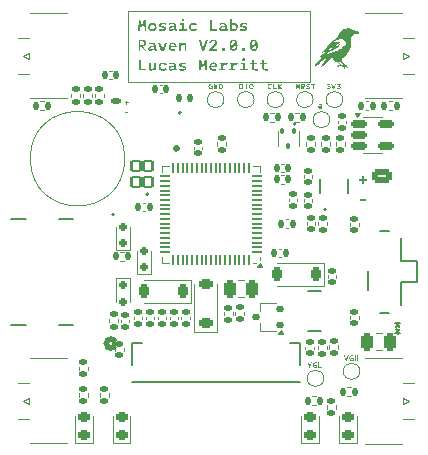
<source format=gto>
G04 #@! TF.GenerationSoftware,KiCad,Pcbnew,8.0.2*
G04 #@! TF.CreationDate,2025-03-06T10:36:11-07:00*
G04 #@! TF.ProjectId,kicad,6b696361-642e-46b6-9963-61645f706362,4*
G04 #@! TF.SameCoordinates,Original*
G04 #@! TF.FileFunction,Legend,Top*
G04 #@! TF.FilePolarity,Positive*
%FSLAX46Y46*%
G04 Gerber Fmt 4.6, Leading zero omitted, Abs format (unit mm)*
G04 Created by KiCad (PCBNEW 8.0.2) date 2025-03-06 10:36:11*
%MOMM*%
%LPD*%
G01*
G04 APERTURE LIST*
G04 Aperture macros list*
%AMRoundRect*
0 Rectangle with rounded corners*
0 $1 Rounding radius*
0 $2 $3 $4 $5 $6 $7 $8 $9 X,Y pos of 4 corners*
0 Add a 4 corners polygon primitive as box body*
4,1,4,$2,$3,$4,$5,$6,$7,$8,$9,$2,$3,0*
0 Add four circle primitives for the rounded corners*
1,1,$1+$1,$2,$3*
1,1,$1+$1,$4,$5*
1,1,$1+$1,$6,$7*
1,1,$1+$1,$8,$9*
0 Add four rect primitives between the rounded corners*
20,1,$1+$1,$2,$3,$4,$5,0*
20,1,$1+$1,$4,$5,$6,$7,0*
20,1,$1+$1,$6,$7,$8,$9,0*
20,1,$1+$1,$8,$9,$2,$3,0*%
G04 Aperture macros list end*
%ADD10C,0.100000*%
%ADD11C,0.150000*%
%ADD12C,0.120000*%
%ADD13C,0.152400*%
%ADD14C,0.200000*%
%ADD15C,0.325000*%
%ADD16C,0.000000*%
%ADD17C,0.508000*%
%ADD18C,0.010000*%
%ADD19RoundRect,0.135000X0.135000X0.185000X-0.135000X0.185000X-0.135000X-0.185000X0.135000X-0.185000X0*%
%ADD20R,1.000000X1.550000*%
%ADD21R,0.990600X2.692400*%
%ADD22C,1.000000*%
%ADD23RoundRect,0.140000X-0.170000X0.140000X-0.170000X-0.140000X0.170000X-0.140000X0.170000X0.140000X0*%
%ADD24RoundRect,0.218750X0.256250X-0.218750X0.256250X0.218750X-0.256250X0.218750X-0.256250X-0.218750X0*%
%ADD25RoundRect,0.135000X0.185000X-0.135000X0.185000X0.135000X-0.185000X0.135000X-0.185000X-0.135000X0*%
%ADD26RoundRect,0.150000X-0.200000X0.150000X-0.200000X-0.150000X0.200000X-0.150000X0.200000X0.150000X0*%
%ADD27RoundRect,0.104167X-0.295833X0.145833X-0.295833X-0.145833X0.295833X-0.145833X0.295833X0.145833X0*%
%ADD28O,0.800000X0.500000*%
%ADD29C,0.650000*%
%ADD30O,2.304000X1.204000*%
%ADD31O,2.004000X1.204000*%
%ADD32RoundRect,0.250000X-0.625000X0.350000X-0.625000X-0.350000X0.625000X-0.350000X0.625000X0.350000X0*%
%ADD33O,1.750000X1.200000*%
%ADD34RoundRect,0.062500X0.400000X0.062500X-0.400000X0.062500X-0.400000X-0.062500X0.400000X-0.062500X0*%
%ADD35RoundRect,0.062500X0.062500X0.400000X-0.062500X0.400000X-0.062500X-0.400000X0.062500X-0.400000X0*%
%ADD36R,6.400000X6.400000*%
%ADD37RoundRect,0.140000X0.170000X-0.140000X0.170000X0.140000X-0.170000X0.140000X-0.170000X-0.140000X0*%
%ADD38RoundRect,0.250000X-0.250000X-0.475000X0.250000X-0.475000X0.250000X0.475000X-0.250000X0.475000X0*%
%ADD39RoundRect,0.140000X-0.140000X-0.170000X0.140000X-0.170000X0.140000X0.170000X-0.140000X0.170000X0*%
%ADD40RoundRect,0.225000X0.375000X-0.225000X0.375000X0.225000X-0.375000X0.225000X-0.375000X-0.225000X0*%
%ADD41RoundRect,0.135000X-0.185000X0.135000X-0.185000X-0.135000X0.185000X-0.135000X0.185000X0.135000X0*%
%ADD42RoundRect,0.225000X0.225000X0.375000X-0.225000X0.375000X-0.225000X-0.375000X0.225000X-0.375000X0*%
%ADD43RoundRect,0.140000X0.140000X0.170000X-0.140000X0.170000X-0.140000X-0.170000X0.140000X-0.170000X0*%
%ADD44RoundRect,0.147500X-0.147500X-0.172500X0.147500X-0.172500X0.147500X0.172500X-0.147500X0.172500X0*%
%ADD45RoundRect,0.100000X0.100000X-0.155000X0.100000X0.155000X-0.100000X0.155000X-0.100000X-0.155000X0*%
%ADD46RoundRect,0.135000X-0.135000X-0.185000X0.135000X-0.185000X0.135000X0.185000X-0.135000X0.185000X0*%
%ADD47R,0.950000X0.350000*%
%ADD48R,0.350000X0.950000*%
%ADD49RoundRect,0.150000X-0.512500X-0.150000X0.512500X-0.150000X0.512500X0.150000X-0.512500X0.150000X0*%
%ADD50RoundRect,0.250000X0.250000X0.475000X-0.250000X0.475000X-0.250000X-0.475000X0.250000X-0.475000X0*%
%ADD51RoundRect,0.112500X0.237500X-0.112500X0.237500X0.112500X-0.237500X0.112500X-0.237500X-0.112500X0*%
%ADD52R,0.304800X0.254000*%
%ADD53R,0.812800X0.990600*%
%ADD54C,1.397000*%
%ADD55R,1.498600X0.711200*%
%ADD56R,0.203200X0.762000*%
%ADD57R,1.600200X0.990600*%
%ADD58RoundRect,0.150000X0.200000X-0.150000X0.200000X0.150000X-0.200000X0.150000X-0.200000X-0.150000X0*%
%ADD59R,0.330200X0.812800*%
%ADD60R,0.406400X0.812800*%
%ADD61RoundRect,0.102000X0.375000X-0.425000X0.375000X0.425000X-0.375000X0.425000X-0.375000X-0.425000X0*%
G04 APERTURE END LIST*
D10*
X134750000Y-106500000D02*
G75*
G02*
X126750000Y-106500000I-4000000J0D01*
G01*
X126750000Y-106500000D02*
G75*
G02*
X134750000Y-106500000I4000000J0D01*
G01*
X135000000Y-94000000D02*
X150400000Y-94000000D01*
X150400000Y-100000000D01*
X135000000Y-100000000D01*
X135000000Y-94000000D01*
G36*
X147030198Y-100622815D02*
G01*
X147059379Y-100620962D01*
X147084412Y-100616339D01*
X147110234Y-100608588D01*
X147136977Y-100597403D01*
X147159123Y-100585775D01*
X147182011Y-100571595D01*
X147199703Y-100559190D01*
X147163921Y-100505701D01*
X147139567Y-100522034D01*
X147117500Y-100534833D01*
X147093656Y-100545970D01*
X147068882Y-100553825D01*
X147043671Y-100557077D01*
X147040701Y-100557114D01*
X147015917Y-100554698D01*
X146987370Y-100544623D01*
X146967086Y-100530621D01*
X146949611Y-100511073D01*
X146935444Y-100485733D01*
X146925082Y-100454358D01*
X146920107Y-100426718D01*
X146917763Y-100395441D01*
X146917602Y-100384190D01*
X146919079Y-100353922D01*
X146923361Y-100326477D01*
X146930226Y-100301888D01*
X146943016Y-100273603D01*
X146959480Y-100250537D01*
X146979092Y-100232768D01*
X147001328Y-100220378D01*
X147025663Y-100213446D01*
X147044975Y-100211877D01*
X147070242Y-100214428D01*
X147095362Y-100222728D01*
X147117458Y-100234141D01*
X147138875Y-100247839D01*
X147158426Y-100261946D01*
X147195429Y-100205648D01*
X147173088Y-100190220D01*
X147147592Y-100174622D01*
X147124064Y-100162796D01*
X147097320Y-100153092D01*
X147070921Y-100147712D01*
X147043510Y-100146053D01*
X147010281Y-100148620D01*
X146979240Y-100156129D01*
X146950622Y-100168294D01*
X146924664Y-100184828D01*
X146901601Y-100205445D01*
X146881670Y-100229856D01*
X146865107Y-100257776D01*
X146852147Y-100288918D01*
X146843028Y-100322995D01*
X146839198Y-100347202D01*
X146837249Y-100372501D01*
X146837002Y-100385533D01*
X146837842Y-100413254D01*
X146840340Y-100439381D01*
X146844461Y-100463890D01*
X146853611Y-100497556D01*
X146866221Y-100527426D01*
X146882175Y-100553408D01*
X146901360Y-100575413D01*
X146923658Y-100593347D01*
X146948955Y-100607121D01*
X146977136Y-100616642D01*
X147008085Y-100621821D01*
X147030198Y-100622815D01*
G37*
G36*
X147294469Y-100153869D02*
G01*
X147294469Y-100615000D01*
X147612962Y-100615000D01*
X147612962Y-100549909D01*
X147373482Y-100549909D01*
X147373482Y-100153869D01*
X147294469Y-100153869D01*
G37*
G36*
X147799441Y-100153869D02*
G01*
X147720307Y-100153869D01*
X147720307Y-100615000D01*
X147799441Y-100615000D01*
X147799441Y-100391151D01*
X147976517Y-100615000D01*
X148076657Y-100615000D01*
X148076657Y-100613656D01*
X147887613Y-100377840D01*
X148071039Y-100155334D01*
X148071039Y-100153869D01*
X147976517Y-100153869D01*
X147799441Y-100375764D01*
X147799441Y-100153869D01*
G37*
G36*
X150224424Y-123753869D02*
G01*
X150367306Y-124215000D01*
X150463171Y-124215000D01*
X150605321Y-123753869D01*
X150527529Y-123753869D01*
X150417009Y-124125484D01*
X150306367Y-123753869D01*
X150224424Y-123753869D01*
G37*
G36*
X150977913Y-123818227D02*
G01*
X150984263Y-123753869D01*
X150959801Y-123749913D01*
X150934821Y-123747045D01*
X150908670Y-123746053D01*
X150880907Y-123747096D01*
X150854616Y-123750196D01*
X150829841Y-123755308D01*
X150795618Y-123766651D01*
X150765054Y-123782272D01*
X150738298Y-123802021D01*
X150715498Y-123825748D01*
X150696802Y-123853304D01*
X150682360Y-123884539D01*
X150672320Y-123919303D01*
X150668145Y-123944365D01*
X150666036Y-123970886D01*
X150665771Y-123984678D01*
X150666646Y-124013435D01*
X150669268Y-124040352D01*
X150673625Y-124065426D01*
X150683397Y-124099581D01*
X150697024Y-124129578D01*
X150714476Y-124155413D01*
X150735721Y-124177077D01*
X150760729Y-124194562D01*
X150789470Y-124207863D01*
X150821912Y-124216971D01*
X150858025Y-124221880D01*
X150884124Y-124222815D01*
X150908994Y-124222095D01*
X150933991Y-124219988D01*
X150959084Y-124216577D01*
X150984244Y-124211945D01*
X151009443Y-124206172D01*
X151017847Y-124204009D01*
X151017847Y-123958056D01*
X150846388Y-123958056D01*
X150846388Y-124019605D01*
X150942986Y-124019605D01*
X150942986Y-124151374D01*
X150918795Y-124155672D01*
X150894063Y-124157110D01*
X150892550Y-124157114D01*
X150865821Y-124155671D01*
X150834590Y-124149185D01*
X150808299Y-124137353D01*
X150786837Y-124120034D01*
X150770096Y-124097083D01*
X150757968Y-124068357D01*
X150751834Y-124042937D01*
X150748187Y-124014128D01*
X150746981Y-123981870D01*
X150748621Y-123951339D01*
X150753464Y-123923894D01*
X150761398Y-123899517D01*
X150776589Y-123871756D01*
X150796807Y-123849373D01*
X150821784Y-123832326D01*
X150851252Y-123820572D01*
X150876139Y-123815204D01*
X150903289Y-123812771D01*
X150912822Y-123812609D01*
X150937655Y-123813417D01*
X150963656Y-123816167D01*
X150977913Y-123818227D01*
G37*
G36*
X151123848Y-123753869D02*
G01*
X151123848Y-124215000D01*
X151442341Y-124215000D01*
X151442341Y-124149909D01*
X151202861Y-124149909D01*
X151202861Y-123753869D01*
X151123848Y-123753869D01*
G37*
G36*
X136539078Y-94747739D02*
G01*
X136380809Y-94747739D01*
X136232554Y-95167592D01*
X136082588Y-94747739D01*
X135920167Y-94747739D01*
X135881088Y-95670000D01*
X136025191Y-95670000D01*
X136047662Y-94954856D01*
X136214235Y-95426489D01*
X136243789Y-95426489D01*
X136408897Y-94947773D01*
X136431367Y-95670000D01*
X136578401Y-95670000D01*
X136539078Y-94747739D01*
G37*
G36*
X137128915Y-94983884D02*
G01*
X137182400Y-94992477D01*
X137232014Y-95008017D01*
X137277343Y-95030108D01*
X137317971Y-95058349D01*
X137353485Y-95092343D01*
X137383470Y-95131691D01*
X137407513Y-95175995D01*
X137425200Y-95224855D01*
X137436115Y-95277875D01*
X137439846Y-95334654D01*
X137438144Y-95372687D01*
X137429409Y-95426718D01*
X137413636Y-95476769D01*
X137391255Y-95522437D01*
X137362697Y-95563321D01*
X137328392Y-95599018D01*
X137288768Y-95629127D01*
X137244257Y-95653244D01*
X137195288Y-95670969D01*
X137142290Y-95681898D01*
X137085694Y-95685631D01*
X137048090Y-95684008D01*
X136994605Y-95675639D01*
X136944991Y-95660447D01*
X136899663Y-95638768D01*
X136859035Y-95610934D01*
X136823521Y-95577281D01*
X136793535Y-95538143D01*
X136769492Y-95493855D01*
X136751805Y-95444751D01*
X136740890Y-95391165D01*
X136737159Y-95333433D01*
X136899337Y-95333433D01*
X136899550Y-95346555D01*
X136904571Y-95395355D01*
X136919815Y-95447806D01*
X136944381Y-95490367D01*
X136985198Y-95527795D01*
X137037261Y-95549652D01*
X137088381Y-95555450D01*
X137098915Y-95555231D01*
X137148000Y-95547611D01*
X137198105Y-95524164D01*
X137237217Y-95485217D01*
X137260346Y-95440996D01*
X137273960Y-95386146D01*
X137277424Y-95334654D01*
X137272205Y-95274198D01*
X137256995Y-95222404D01*
X137232465Y-95179921D01*
X137191671Y-95142146D01*
X137139581Y-95119833D01*
X137088381Y-95113859D01*
X137077996Y-95114085D01*
X137029396Y-95121941D01*
X136979407Y-95145852D01*
X136940096Y-95185091D01*
X136916706Y-95229136D01*
X136902871Y-95283186D01*
X136899337Y-95333433D01*
X136737159Y-95333433D01*
X136738845Y-95296121D01*
X136747506Y-95242820D01*
X136763164Y-95193134D01*
X136785409Y-95147535D01*
X136813835Y-95106492D01*
X136848032Y-95070475D01*
X136887593Y-95039953D01*
X136932109Y-95015396D01*
X136981174Y-94997273D01*
X137034377Y-94986055D01*
X137091311Y-94982212D01*
X137128915Y-94983884D01*
G37*
G36*
X138259525Y-95478757D02*
G01*
X138254859Y-95428003D01*
X138233936Y-95378570D01*
X138198116Y-95343533D01*
X138152570Y-95318805D01*
X138104176Y-95301566D01*
X138043859Y-95286294D01*
X137913677Y-95258695D01*
X137862241Y-95243681D01*
X137819758Y-95216863D01*
X137811339Y-95185910D01*
X137839595Y-95143061D01*
X137892947Y-95128345D01*
X137948511Y-95124161D01*
X137971074Y-95123872D01*
X138024649Y-95125870D01*
X138074450Y-95130253D01*
X138130492Y-95137196D01*
X138182890Y-95145242D01*
X138210432Y-95150006D01*
X138225819Y-95021779D01*
X138174682Y-95013856D01*
X138123368Y-95007444D01*
X138073760Y-95002609D01*
X138020554Y-94999052D01*
X137975226Y-94997843D01*
X137913862Y-94999949D01*
X137859584Y-95006115D01*
X137797841Y-95020255D01*
X137747744Y-95040660D01*
X137700671Y-95074148D01*
X137669885Y-95115515D01*
X137654321Y-95163697D01*
X137651849Y-95195436D01*
X137656226Y-95244257D01*
X137676200Y-95292258D01*
X137718479Y-95331680D01*
X137765998Y-95355206D01*
X137816254Y-95371561D01*
X137861898Y-95382526D01*
X137994766Y-95409881D01*
X138041884Y-95422880D01*
X138087004Y-95448763D01*
X138099790Y-95486817D01*
X138076855Y-95531988D01*
X138026996Y-95552455D01*
X137974197Y-95559630D01*
X137929064Y-95561067D01*
X137878121Y-95559254D01*
X137822223Y-95554612D01*
X137767596Y-95548277D01*
X137718365Y-95541285D01*
X137666592Y-95532695D01*
X137656001Y-95530781D01*
X137639148Y-95659497D01*
X137695457Y-95668530D01*
X137748864Y-95675601D01*
X137800848Y-95680760D01*
X137852887Y-95684055D01*
X137906459Y-95685533D01*
X137924912Y-95685631D01*
X137985877Y-95683254D01*
X138040503Y-95676356D01*
X138088864Y-95665282D01*
X138143730Y-95644620D01*
X138187769Y-95617972D01*
X138227865Y-95577497D01*
X138251668Y-95530557D01*
X138259525Y-95478757D01*
G37*
G36*
X138820998Y-94998621D02*
G01*
X138875047Y-95002747D01*
X138935864Y-95013922D01*
X138984634Y-95031788D01*
X139030004Y-95063874D01*
X139059661Y-95107210D01*
X139075332Y-95162238D01*
X139078960Y-95214975D01*
X139078960Y-95480711D01*
X139085303Y-95525225D01*
X139130739Y-95546901D01*
X139193754Y-95552519D01*
X139181297Y-95670000D01*
X139093126Y-95664626D01*
X139068673Y-95662843D01*
X139014353Y-95652792D01*
X138966584Y-95629562D01*
X138936078Y-95590621D01*
X138922156Y-95590621D01*
X138907612Y-95601831D01*
X138862519Y-95631432D01*
X138815120Y-95654825D01*
X138765270Y-95671798D01*
X138712826Y-95682137D01*
X138657641Y-95685631D01*
X138604629Y-95680714D01*
X138558034Y-95665976D01*
X138512072Y-95635348D01*
X138478681Y-95590629D01*
X138461767Y-95542620D01*
X138455896Y-95484863D01*
X138455933Y-95483642D01*
X138608548Y-95483642D01*
X138614070Y-95518794D01*
X138646898Y-95557161D01*
X138698185Y-95568150D01*
X138732694Y-95565689D01*
X138782719Y-95553147D01*
X138832785Y-95531240D01*
X138882255Y-95502668D01*
X138929239Y-95470942D01*
X138929239Y-95356636D01*
X138727494Y-95383503D01*
X138710018Y-95386130D01*
X138656507Y-95401533D01*
X138618266Y-95435369D01*
X138608548Y-95483642D01*
X138455933Y-95483642D01*
X138456571Y-95462394D01*
X138464658Y-95412585D01*
X138488180Y-95364134D01*
X138529266Y-95327065D01*
X138578823Y-95304131D01*
X138629594Y-95290565D01*
X138691102Y-95280921D01*
X138929239Y-95256252D01*
X138929239Y-95216196D01*
X138918841Y-95164629D01*
X138878971Y-95134475D01*
X138826557Y-95124623D01*
X138773900Y-95122651D01*
X138748287Y-95123158D01*
X138697180Y-95126136D01*
X138643319Y-95131023D01*
X138591203Y-95136981D01*
X138534298Y-95144633D01*
X138518911Y-95020314D01*
X138570444Y-95013215D01*
X138627544Y-95006689D01*
X138679074Y-95002125D01*
X138731585Y-94998984D01*
X138780739Y-94997843D01*
X138820998Y-94998621D01*
G37*
G36*
X139674424Y-94845680D02*
G01*
X139725867Y-94838963D01*
X139769185Y-94815893D01*
X139795722Y-94772063D01*
X139799232Y-94743342D01*
X139789073Y-94693816D01*
X139754734Y-94656489D01*
X139704120Y-94640076D01*
X139675889Y-94638318D01*
X139624816Y-94646259D01*
X139582148Y-94671717D01*
X139556204Y-94715667D01*
X139552791Y-94742121D01*
X139563620Y-94792004D01*
X139598714Y-94828469D01*
X139647950Y-94844045D01*
X139674424Y-94845680D01*
G37*
G36*
X139380600Y-95537131D02*
G01*
X139380600Y-95670000D01*
X139992428Y-95670000D01*
X139992428Y-95537131D01*
X139764061Y-95537131D01*
X139764061Y-95013475D01*
X139408443Y-95013475D01*
X139408443Y-95146587D01*
X139607257Y-95146587D01*
X139607257Y-95537131D01*
X139380600Y-95537131D01*
G37*
G36*
X140558583Y-95129490D02*
G01*
X140609701Y-95133015D01*
X140660310Y-95145892D01*
X140713452Y-95168851D01*
X140758788Y-95193918D01*
X140789637Y-95213021D01*
X140862421Y-95101646D01*
X140814162Y-95071871D01*
X140769899Y-95048230D01*
X140719229Y-95026287D01*
X140672589Y-95011585D01*
X140620208Y-95001663D01*
X140569734Y-94998040D01*
X140552965Y-94997843D01*
X140494937Y-95001760D01*
X140440184Y-95013132D01*
X140389236Y-95031388D01*
X140342626Y-95055958D01*
X140300885Y-95086272D01*
X140264544Y-95121762D01*
X140234133Y-95161855D01*
X140210186Y-95205984D01*
X140193232Y-95253577D01*
X140183803Y-95304065D01*
X140181960Y-95339050D01*
X140185694Y-95396644D01*
X140196634Y-95449850D01*
X140214385Y-95498389D01*
X140238555Y-95541983D01*
X140280085Y-95591933D01*
X140331392Y-95631934D01*
X140375728Y-95655008D01*
X140424644Y-95671835D01*
X140477749Y-95682136D01*
X140534647Y-95685631D01*
X140592516Y-95683044D01*
X140649631Y-95674310D01*
X140698450Y-95661283D01*
X140749918Y-95642131D01*
X140805478Y-95616008D01*
X140853842Y-95589525D01*
X140866573Y-95582072D01*
X140797941Y-95476071D01*
X140746364Y-95502227D01*
X140701183Y-95522121D01*
X140653685Y-95538780D01*
X140604862Y-95549907D01*
X140553642Y-95554183D01*
X140547348Y-95554228D01*
X140495803Y-95548245D01*
X140449689Y-95530837D01*
X140403428Y-95496007D01*
X140374026Y-95456316D01*
X140354384Y-95407794D01*
X140345856Y-95351250D01*
X140345603Y-95339050D01*
X140351789Y-95284629D01*
X140369616Y-95236441D01*
X140397988Y-95195710D01*
X140435811Y-95163661D01*
X140481987Y-95141518D01*
X140535422Y-95130505D01*
X140558583Y-95129490D01*
G37*
G36*
X141941486Y-94747739D02*
G01*
X141941486Y-95670000D01*
X142578471Y-95670000D01*
X142578471Y-95539818D01*
X142099511Y-95539818D01*
X142099511Y-94747739D01*
X141941486Y-94747739D01*
G37*
G36*
X143114787Y-94998621D02*
G01*
X143168837Y-95002747D01*
X143229653Y-95013922D01*
X143278423Y-95031788D01*
X143323793Y-95063874D01*
X143353450Y-95107210D01*
X143369121Y-95162238D01*
X143372749Y-95214975D01*
X143372749Y-95480711D01*
X143379093Y-95525225D01*
X143424528Y-95546901D01*
X143487543Y-95552519D01*
X143475087Y-95670000D01*
X143386915Y-95664626D01*
X143362462Y-95662843D01*
X143308143Y-95652792D01*
X143260374Y-95629562D01*
X143229867Y-95590621D01*
X143215945Y-95590621D01*
X143201401Y-95601831D01*
X143156308Y-95631432D01*
X143108909Y-95654825D01*
X143059060Y-95671798D01*
X143006615Y-95682137D01*
X142951430Y-95685631D01*
X142898418Y-95680714D01*
X142851824Y-95665976D01*
X142805861Y-95635348D01*
X142772470Y-95590629D01*
X142755557Y-95542620D01*
X142749685Y-95484863D01*
X142749722Y-95483642D01*
X142902337Y-95483642D01*
X142907859Y-95518794D01*
X142940688Y-95557161D01*
X142991974Y-95568150D01*
X143026483Y-95565689D01*
X143076509Y-95553147D01*
X143126575Y-95531240D01*
X143176044Y-95502668D01*
X143223028Y-95470942D01*
X143223028Y-95356636D01*
X143021284Y-95383503D01*
X143003807Y-95386130D01*
X142950297Y-95401533D01*
X142912055Y-95435369D01*
X142902337Y-95483642D01*
X142749722Y-95483642D01*
X142750360Y-95462394D01*
X142758448Y-95412585D01*
X142781970Y-95364134D01*
X142823055Y-95327065D01*
X142872612Y-95304131D01*
X142923384Y-95290565D01*
X142984891Y-95280921D01*
X143223028Y-95256252D01*
X143223028Y-95216196D01*
X143212630Y-95164629D01*
X143172760Y-95134475D01*
X143120347Y-95124623D01*
X143067690Y-95122651D01*
X143042076Y-95123158D01*
X142990969Y-95126136D01*
X142937108Y-95131023D01*
X142884992Y-95136981D01*
X142828087Y-95144633D01*
X142812700Y-95020314D01*
X142864233Y-95013215D01*
X142921334Y-95006689D01*
X142972864Y-95002125D01*
X143025375Y-94998984D01*
X143074528Y-94997843D01*
X143114787Y-94998621D01*
G37*
G36*
X143804570Y-95096029D02*
G01*
X143831219Y-95071684D01*
X143877791Y-95038067D01*
X143925109Y-95015138D01*
X143974142Y-95002021D01*
X144025854Y-94997843D01*
X144069855Y-95001100D01*
X144125257Y-95015323D01*
X144175842Y-95040390D01*
X144220428Y-95075812D01*
X144257834Y-95121100D01*
X144286878Y-95175764D01*
X144302461Y-95222620D01*
X144312177Y-95274268D01*
X144315526Y-95330502D01*
X144313916Y-95367173D01*
X144305574Y-95419986D01*
X144290343Y-95469659D01*
X144268468Y-95515623D01*
X144240198Y-95557308D01*
X144205780Y-95594143D01*
X144165463Y-95625559D01*
X144119492Y-95650985D01*
X144068116Y-95669853D01*
X144011583Y-95681592D01*
X143950139Y-95685631D01*
X143900020Y-95682933D01*
X143850519Y-95674487D01*
X143801796Y-95659768D01*
X143754012Y-95638248D01*
X143675610Y-95670000D01*
X143647766Y-95670000D01*
X143647766Y-95209602D01*
X143804570Y-95209602D01*
X143804570Y-95514661D01*
X143834898Y-95531500D01*
X143883705Y-95549412D01*
X143934752Y-95555450D01*
X143960750Y-95554270D01*
X144018757Y-95541695D01*
X144066630Y-95517067D01*
X144104186Y-95482511D01*
X144131240Y-95440151D01*
X144147608Y-95392111D01*
X144153105Y-95340516D01*
X144151083Y-95304748D01*
X144139259Y-95251608D01*
X144112666Y-95199313D01*
X144074585Y-95160585D01*
X144027178Y-95136533D01*
X143972609Y-95128269D01*
X143938962Y-95131147D01*
X143889830Y-95147637D01*
X143846858Y-95174291D01*
X143804570Y-95209602D01*
X143647766Y-95209602D01*
X143647766Y-94669581D01*
X143804570Y-94669581D01*
X143804570Y-95096029D01*
G37*
G36*
X145129588Y-95478757D02*
G01*
X145124922Y-95428003D01*
X145103999Y-95378570D01*
X145068179Y-95343533D01*
X145022632Y-95318805D01*
X144974239Y-95301566D01*
X144913921Y-95286294D01*
X144783740Y-95258695D01*
X144732304Y-95243681D01*
X144689820Y-95216863D01*
X144681402Y-95185910D01*
X144709658Y-95143061D01*
X144763010Y-95128345D01*
X144818574Y-95124161D01*
X144841137Y-95123872D01*
X144894712Y-95125870D01*
X144944513Y-95130253D01*
X145000554Y-95137196D01*
X145052953Y-95145242D01*
X145080495Y-95150006D01*
X145095882Y-95021779D01*
X145044745Y-95013856D01*
X144993430Y-95007444D01*
X144943823Y-95002609D01*
X144890617Y-94999052D01*
X144845289Y-94997843D01*
X144783925Y-94999949D01*
X144729647Y-95006115D01*
X144667904Y-95020255D01*
X144617806Y-95040660D01*
X144570734Y-95074148D01*
X144539947Y-95115515D01*
X144524384Y-95163697D01*
X144521912Y-95195436D01*
X144526289Y-95244257D01*
X144546262Y-95292258D01*
X144588542Y-95331680D01*
X144636060Y-95355206D01*
X144686317Y-95371561D01*
X144731960Y-95382526D01*
X144864829Y-95409881D01*
X144911947Y-95422880D01*
X144957067Y-95448763D01*
X144969853Y-95486817D01*
X144946918Y-95531988D01*
X144897059Y-95552455D01*
X144844260Y-95559630D01*
X144799127Y-95561067D01*
X144748183Y-95559254D01*
X144692285Y-95554612D01*
X144637659Y-95548277D01*
X144588428Y-95541285D01*
X144536655Y-95532695D01*
X144526064Y-95530781D01*
X144509211Y-95659497D01*
X144565520Y-95668530D01*
X144618927Y-95675601D01*
X144670911Y-95680760D01*
X144722950Y-95684055D01*
X144776522Y-95685533D01*
X144794975Y-95685631D01*
X144855940Y-95683254D01*
X144910566Y-95676356D01*
X144958927Y-95665282D01*
X145013793Y-95644620D01*
X145057832Y-95617972D01*
X145097927Y-95577497D01*
X145121730Y-95530557D01*
X145129588Y-95478757D01*
G37*
G36*
X136281683Y-96428025D02*
G01*
X136333339Y-96432271D01*
X136394219Y-96445587D01*
X136445906Y-96467267D01*
X136488337Y-96496890D01*
X136521448Y-96534034D01*
X136545177Y-96578280D01*
X136559460Y-96629206D01*
X136564235Y-96686392D01*
X136560956Y-96735419D01*
X136546367Y-96791536D01*
X136517939Y-96841319D01*
X136483657Y-96876156D01*
X136437818Y-96906204D01*
X136379224Y-96931138D01*
X136326187Y-96946285D01*
X136264794Y-96958234D01*
X136264794Y-96966782D01*
X136309265Y-96990187D01*
X136349929Y-97019626D01*
X136387860Y-97056395D01*
X136420132Y-97093545D01*
X136626029Y-97344382D01*
X136626029Y-97350000D01*
X136428436Y-97350000D01*
X136257711Y-97117480D01*
X136252157Y-97109858D01*
X136216601Y-97065121D01*
X136178332Y-97030163D01*
X136129207Y-97007076D01*
X136079902Y-96997801D01*
X136079902Y-97350000D01*
X135923098Y-97350000D01*
X135923098Y-96889357D01*
X136079902Y-96889357D01*
X136130216Y-96882274D01*
X136151336Y-96879409D01*
X136208413Y-96869677D01*
X136270816Y-96854083D01*
X136319079Y-96835542D01*
X136368583Y-96802307D01*
X136398281Y-96755508D01*
X136406210Y-96700314D01*
X136398644Y-96644582D01*
X136375414Y-96601556D01*
X136335722Y-96571880D01*
X136287994Y-96557557D01*
X136238171Y-96553768D01*
X136079902Y-96553768D01*
X136079902Y-96889357D01*
X135923098Y-96889357D01*
X135923098Y-96427739D01*
X136263328Y-96427739D01*
X136281683Y-96428025D01*
G37*
G36*
X137103482Y-96678621D02*
G01*
X137157532Y-96682747D01*
X137218348Y-96693922D01*
X137267119Y-96711788D01*
X137312488Y-96743874D01*
X137342145Y-96787210D01*
X137357816Y-96842238D01*
X137361444Y-96894975D01*
X137361444Y-97160711D01*
X137367788Y-97205225D01*
X137413224Y-97226901D01*
X137476238Y-97232519D01*
X137463782Y-97350000D01*
X137375610Y-97344626D01*
X137351157Y-97342843D01*
X137296838Y-97332792D01*
X137249069Y-97309562D01*
X137218562Y-97270621D01*
X137204640Y-97270621D01*
X137190096Y-97281831D01*
X137145003Y-97311432D01*
X137097604Y-97334825D01*
X137047755Y-97351798D01*
X136995310Y-97362137D01*
X136940125Y-97365631D01*
X136887113Y-97360714D01*
X136840519Y-97345976D01*
X136794556Y-97315348D01*
X136761165Y-97270629D01*
X136744252Y-97222620D01*
X136738381Y-97164863D01*
X136738418Y-97163642D01*
X136891032Y-97163642D01*
X136896554Y-97198794D01*
X136929383Y-97237161D01*
X136980669Y-97248150D01*
X137015178Y-97245689D01*
X137065204Y-97233147D01*
X137115270Y-97211240D01*
X137164739Y-97182668D01*
X137211723Y-97150942D01*
X137211723Y-97036636D01*
X137009979Y-97063503D01*
X136992503Y-97066130D01*
X136938992Y-97081533D01*
X136900750Y-97115369D01*
X136891032Y-97163642D01*
X136738418Y-97163642D01*
X136739055Y-97142394D01*
X136747143Y-97092585D01*
X136770665Y-97044134D01*
X136811750Y-97007065D01*
X136861307Y-96984131D01*
X136912079Y-96970565D01*
X136973586Y-96960921D01*
X137211723Y-96936252D01*
X137211723Y-96896196D01*
X137201325Y-96844629D01*
X137161455Y-96814475D01*
X137109042Y-96804623D01*
X137056385Y-96802651D01*
X137030771Y-96803158D01*
X136979664Y-96806136D01*
X136925803Y-96811023D01*
X136873687Y-96816981D01*
X136816782Y-96824633D01*
X136801395Y-96700314D01*
X136852928Y-96693215D01*
X136910029Y-96686689D01*
X136961559Y-96682125D01*
X137014070Y-96678984D01*
X137063224Y-96677843D01*
X137103482Y-96678621D01*
G37*
G36*
X137581751Y-96693475D02*
G01*
X137852128Y-97350000D01*
X138043859Y-97350000D01*
X138312770Y-96693475D01*
X138147418Y-96693475D01*
X137951535Y-97212979D01*
X137755408Y-96693475D01*
X137581751Y-96693475D01*
G37*
G36*
X138836892Y-96662580D02*
G01*
X138889215Y-96668056D01*
X138937475Y-96679937D01*
X138995008Y-96705417D01*
X139044135Y-96741499D01*
X139084180Y-96787734D01*
X139114467Y-96843673D01*
X139130373Y-96891724D01*
X139140126Y-96944792D01*
X139143440Y-97002686D01*
X139143037Y-97019723D01*
X139136357Y-97069853D01*
X138623935Y-97069853D01*
X138625681Y-97080664D01*
X138643553Y-97137246D01*
X138675557Y-97180418D01*
X138723691Y-97211273D01*
X138777568Y-97228363D01*
X138830512Y-97236846D01*
X138892847Y-97241067D01*
X139015945Y-97243998D01*
X139010327Y-97365631D01*
X138842288Y-97362944D01*
X138794276Y-97360823D01*
X138729105Y-97352648D01*
X138671918Y-97338570D01*
X138622448Y-97318686D01*
X138568038Y-97283312D01*
X138526253Y-97238023D01*
X138496465Y-97183050D01*
X138481620Y-97135605D01*
X138472908Y-97082941D01*
X138470062Y-97025157D01*
X138471685Y-96987230D01*
X138475986Y-96959211D01*
X138625401Y-96959211D01*
X138990788Y-96959211D01*
X138989841Y-96948325D01*
X138980216Y-96899108D01*
X138958558Y-96851496D01*
X138920709Y-96811695D01*
X138870931Y-96788811D01*
X138820062Y-96782623D01*
X138792756Y-96784269D01*
X138742533Y-96797258D01*
X138699234Y-96822793D01*
X138664145Y-96860409D01*
X138638550Y-96909643D01*
X138625401Y-96959211D01*
X138475986Y-96959211D01*
X138480041Y-96932796D01*
X138495189Y-96881790D01*
X138516777Y-96834754D01*
X138544453Y-96792230D01*
X138577863Y-96754761D01*
X138616656Y-96722889D01*
X138660478Y-96697156D01*
X138708977Y-96678104D01*
X138761801Y-96666275D01*
X138818597Y-96662212D01*
X138836892Y-96662580D01*
G37*
G36*
X139492463Y-96693475D02*
G01*
X139358129Y-96693475D01*
X139358129Y-97350000D01*
X139514933Y-97350000D01*
X139514933Y-96951395D01*
X139551749Y-96919259D01*
X139592574Y-96886311D01*
X139635125Y-96856670D01*
X139683472Y-96832455D01*
X139730600Y-96823656D01*
X139779312Y-96833146D01*
X139812139Y-96869848D01*
X139820237Y-96921842D01*
X139820237Y-97350000D01*
X139977041Y-97350000D01*
X139977041Y-96893754D01*
X139974126Y-96844646D01*
X139962170Y-96791654D01*
X139935352Y-96740847D01*
X139894581Y-96704568D01*
X139839491Y-96683436D01*
X139782379Y-96677843D01*
X139726598Y-96683585D01*
X139679117Y-96698552D01*
X139629635Y-96724017D01*
X139585298Y-96754093D01*
X139546888Y-96784432D01*
X139505163Y-96820725D01*
X139492463Y-96693475D01*
G37*
G36*
X141001395Y-96427739D02*
G01*
X141287159Y-97350000D01*
X141478890Y-97350000D01*
X141763189Y-96427739D01*
X141607606Y-96427739D01*
X141386566Y-97170969D01*
X141165282Y-96427739D01*
X141001395Y-96427739D01*
G37*
G36*
X141921702Y-97350000D02*
G01*
X142582623Y-97350000D01*
X142582623Y-97218597D01*
X142123447Y-97218597D01*
X142123447Y-97214200D01*
X142334717Y-97008548D01*
X142383535Y-96960719D01*
X142424749Y-96918270D01*
X142458969Y-96880460D01*
X142494776Y-96835988D01*
X142525793Y-96787482D01*
X142546601Y-96735149D01*
X142554130Y-96683639D01*
X142554535Y-96665631D01*
X142549164Y-96609718D01*
X142533595Y-96559866D01*
X142508644Y-96516506D01*
X142475126Y-96480068D01*
X142433857Y-96450979D01*
X142385653Y-96429670D01*
X142331329Y-96416569D01*
X142271702Y-96412107D01*
X142215800Y-96415707D01*
X142162111Y-96427313D01*
X142108557Y-96448131D01*
X142064413Y-96472230D01*
X142017958Y-96503616D01*
X141968130Y-96542908D01*
X141927903Y-96577937D01*
X141899476Y-96604082D01*
X141986182Y-96709106D01*
X142023141Y-96675396D01*
X142066632Y-96637814D01*
X142113402Y-96601614D01*
X142161518Y-96572042D01*
X142211786Y-96553451D01*
X142261933Y-96548150D01*
X142313082Y-96554917D01*
X142356766Y-96577935D01*
X142386473Y-96620690D01*
X142395045Y-96671249D01*
X142386489Y-96725443D01*
X142361645Y-96773373D01*
X142329685Y-96815972D01*
X142293544Y-96857478D01*
X142259377Y-96893994D01*
X142218520Y-96935879D01*
X142203314Y-96951151D01*
X141921702Y-97233984D01*
X141921702Y-97350000D01*
G37*
G36*
X143098464Y-97365631D02*
G01*
X143153294Y-97359078D01*
X143201076Y-97335932D01*
X143231713Y-97296719D01*
X143243877Y-97242105D01*
X143244033Y-97234228D01*
X143237345Y-97184025D01*
X143213000Y-97141305D01*
X143170315Y-97114567D01*
X143117487Y-97104570D01*
X143099685Y-97104047D01*
X143044449Y-97111065D01*
X142997157Y-97135200D01*
X142967370Y-97174769D01*
X142955729Y-97227938D01*
X142955582Y-97235450D01*
X142962419Y-97285653D01*
X142986977Y-97328373D01*
X143029395Y-97355111D01*
X143081162Y-97365108D01*
X143098464Y-97365631D01*
G37*
G36*
X143998982Y-96413946D02*
G01*
X144053441Y-96423614D01*
X144102787Y-96441599D01*
X144146875Y-96467931D01*
X144185559Y-96502638D01*
X144218692Y-96545749D01*
X144246128Y-96597293D01*
X144267722Y-96657299D01*
X144283328Y-96725796D01*
X144290332Y-96776193D01*
X144294566Y-96830385D01*
X144295987Y-96888381D01*
X144295623Y-96917728D01*
X144292731Y-96973633D01*
X144286997Y-97025815D01*
X144273177Y-97097109D01*
X144253249Y-97160024D01*
X144227385Y-97214558D01*
X144195758Y-97260709D01*
X144158541Y-97298475D01*
X144115906Y-97327852D01*
X144068026Y-97348839D01*
X144015074Y-97361433D01*
X143957222Y-97365631D01*
X143918350Y-97363811D01*
X143864098Y-97354236D01*
X143814859Y-97336406D01*
X143770798Y-97310274D01*
X143732079Y-97275796D01*
X143698867Y-97232924D01*
X143671324Y-97181614D01*
X143649617Y-97121819D01*
X143642555Y-97091102D01*
X143794801Y-97091102D01*
X143800336Y-97108921D01*
X143824658Y-97160861D01*
X143861851Y-97201516D01*
X143909021Y-97223888D01*
X143958443Y-97229832D01*
X144002284Y-97225354D01*
X144048777Y-97206423D01*
X144086073Y-97171407D01*
X144114212Y-97118939D01*
X144130157Y-97063484D01*
X144138298Y-97013571D01*
X144143176Y-96956197D01*
X144144801Y-96891067D01*
X144144173Y-96853507D01*
X144141870Y-96803628D01*
X143794801Y-97091102D01*
X143642555Y-97091102D01*
X143633908Y-97053494D01*
X143626849Y-97003181D01*
X143622578Y-96949044D01*
X143621144Y-96891067D01*
X143621177Y-96888381D01*
X143772330Y-96888381D01*
X143773029Y-96930435D01*
X143775017Y-96979972D01*
X144123796Y-96691032D01*
X144115199Y-96664087D01*
X144093793Y-96619302D01*
X144056404Y-96577407D01*
X144008733Y-96554303D01*
X143958443Y-96548150D01*
X143914262Y-96552682D01*
X143867625Y-96571800D01*
X143830406Y-96607093D01*
X143802472Y-96659874D01*
X143786719Y-96715574D01*
X143778706Y-96765651D01*
X143773919Y-96823158D01*
X143772330Y-96888381D01*
X143621177Y-96888381D01*
X143621508Y-96861822D01*
X143624400Y-96806055D01*
X143630134Y-96753928D01*
X143643954Y-96682587D01*
X143663882Y-96619499D01*
X143689746Y-96564701D01*
X143721373Y-96518231D01*
X143758590Y-96480126D01*
X143801225Y-96450424D01*
X143849105Y-96429162D01*
X143902057Y-96416377D01*
X143959909Y-96412107D01*
X143998982Y-96413946D01*
G37*
G36*
X144815980Y-97365631D02*
G01*
X144870809Y-97359078D01*
X144918591Y-97335932D01*
X144949229Y-97296719D01*
X144961393Y-97242105D01*
X144961549Y-97234228D01*
X144954861Y-97184025D01*
X144930516Y-97141305D01*
X144887830Y-97114567D01*
X144835003Y-97104570D01*
X144817201Y-97104047D01*
X144761965Y-97111065D01*
X144714672Y-97135200D01*
X144684886Y-97174769D01*
X144673245Y-97227938D01*
X144673098Y-97235450D01*
X144679935Y-97285653D01*
X144704493Y-97328373D01*
X144746911Y-97355111D01*
X144798678Y-97365108D01*
X144815980Y-97365631D01*
G37*
G36*
X145716498Y-96413946D02*
G01*
X145770956Y-96423614D01*
X145820303Y-96441599D01*
X145864391Y-96467931D01*
X145903074Y-96502638D01*
X145936208Y-96545749D01*
X145963644Y-96597293D01*
X145985238Y-96657299D01*
X146000843Y-96725796D01*
X146007847Y-96776193D01*
X146012082Y-96830385D01*
X146013503Y-96888381D01*
X146013139Y-96917728D01*
X146010247Y-96973633D01*
X146004513Y-97025815D01*
X145990693Y-97097109D01*
X145970764Y-97160024D01*
X145944901Y-97214558D01*
X145913274Y-97260709D01*
X145876056Y-97298475D01*
X145833422Y-97327852D01*
X145785542Y-97348839D01*
X145732590Y-97361433D01*
X145674738Y-97365631D01*
X145635866Y-97363811D01*
X145581613Y-97354236D01*
X145532375Y-97336406D01*
X145488314Y-97310274D01*
X145449595Y-97275796D01*
X145416382Y-97232924D01*
X145388840Y-97181614D01*
X145367132Y-97121819D01*
X145360070Y-97091102D01*
X145512316Y-97091102D01*
X145517852Y-97108921D01*
X145542174Y-97160861D01*
X145579366Y-97201516D01*
X145626536Y-97223888D01*
X145675959Y-97229832D01*
X145719800Y-97225354D01*
X145766292Y-97206423D01*
X145803588Y-97171407D01*
X145831728Y-97118939D01*
X145847672Y-97063484D01*
X145855814Y-97013571D01*
X145860692Y-96956197D01*
X145862316Y-96891067D01*
X145861689Y-96853507D01*
X145859385Y-96803628D01*
X145512316Y-97091102D01*
X145360070Y-97091102D01*
X145351424Y-97053494D01*
X145344365Y-97003181D01*
X145340094Y-96949044D01*
X145338660Y-96891067D01*
X145338693Y-96888381D01*
X145489846Y-96888381D01*
X145490544Y-96930435D01*
X145492533Y-96979972D01*
X145841311Y-96691032D01*
X145832715Y-96664087D01*
X145811309Y-96619302D01*
X145773919Y-96577407D01*
X145726249Y-96554303D01*
X145675959Y-96548150D01*
X145631778Y-96552682D01*
X145585141Y-96571800D01*
X145547922Y-96607093D01*
X145519987Y-96659874D01*
X145504235Y-96715574D01*
X145496222Y-96765651D01*
X145491435Y-96823158D01*
X145489846Y-96888381D01*
X145338693Y-96888381D01*
X145339024Y-96861822D01*
X145341915Y-96806055D01*
X145347650Y-96753928D01*
X145361470Y-96682587D01*
X145381398Y-96619499D01*
X145407262Y-96564701D01*
X145438889Y-96518231D01*
X145476106Y-96480126D01*
X145518741Y-96450424D01*
X145566621Y-96429162D01*
X145619573Y-96416377D01*
X145677424Y-96412107D01*
X145716498Y-96413946D01*
G37*
G36*
X135930181Y-98107739D02*
G01*
X135930181Y-99030000D01*
X136567166Y-99030000D01*
X136567166Y-98899818D01*
X136088206Y-98899818D01*
X136088206Y-98107739D01*
X135930181Y-98107739D01*
G37*
G36*
X137395150Y-99030000D02*
G01*
X137395150Y-98373475D01*
X137238346Y-98373475D01*
X137238346Y-98771346D01*
X137192927Y-98810521D01*
X137153161Y-98841827D01*
X137111645Y-98869715D01*
X137064277Y-98891903D01*
X137022679Y-98898841D01*
X136973967Y-98889351D01*
X136941140Y-98852649D01*
X136933042Y-98800655D01*
X136933042Y-98373475D01*
X136776238Y-98373475D01*
X136776238Y-98830209D01*
X136780784Y-98890068D01*
X136794576Y-98940888D01*
X136823652Y-98989303D01*
X136866767Y-99023265D01*
X136913707Y-99039964D01*
X136970900Y-99045631D01*
X137026567Y-99039920D01*
X137073959Y-99025010D01*
X137123265Y-98999613D01*
X137167328Y-98969588D01*
X137215389Y-98930778D01*
X137246650Y-98902993D01*
X137256420Y-99030000D01*
X137395150Y-99030000D01*
G37*
G36*
X137982309Y-98489490D02*
G01*
X138033427Y-98493015D01*
X138084037Y-98505892D01*
X138137178Y-98528851D01*
X138182515Y-98553918D01*
X138213363Y-98573021D01*
X138286147Y-98461646D01*
X138237888Y-98431871D01*
X138193625Y-98408230D01*
X138142956Y-98386287D01*
X138096316Y-98371585D01*
X138043935Y-98361663D01*
X137993460Y-98358040D01*
X137976692Y-98357843D01*
X137918664Y-98361760D01*
X137863910Y-98373132D01*
X137812963Y-98391388D01*
X137766353Y-98415958D01*
X137724611Y-98446272D01*
X137688270Y-98481762D01*
X137657860Y-98521855D01*
X137633912Y-98565984D01*
X137616958Y-98613577D01*
X137607530Y-98664065D01*
X137605687Y-98699050D01*
X137609421Y-98756644D01*
X137620360Y-98809850D01*
X137638112Y-98858389D01*
X137662282Y-98901983D01*
X137703811Y-98951933D01*
X137755119Y-98991934D01*
X137799454Y-99015008D01*
X137848371Y-99031835D01*
X137901475Y-99042136D01*
X137958374Y-99045631D01*
X138016242Y-99043044D01*
X138073358Y-99034310D01*
X138122176Y-99021283D01*
X138173644Y-99002131D01*
X138229205Y-98976008D01*
X138277569Y-98949525D01*
X138290300Y-98942072D01*
X138221667Y-98836071D01*
X138170090Y-98862227D01*
X138124909Y-98882121D01*
X138077411Y-98898780D01*
X138028588Y-98909907D01*
X137977368Y-98914183D01*
X137971074Y-98914228D01*
X137919529Y-98908245D01*
X137873416Y-98890837D01*
X137827154Y-98856007D01*
X137797752Y-98816316D01*
X137778111Y-98767794D01*
X137769583Y-98711250D01*
X137769330Y-98699050D01*
X137775515Y-98644629D01*
X137793342Y-98596441D01*
X137821715Y-98555710D01*
X137859537Y-98523661D01*
X137905714Y-98501518D01*
X137959148Y-98490505D01*
X137982309Y-98489490D01*
G37*
G36*
X138820998Y-98358621D02*
G01*
X138875047Y-98362747D01*
X138935864Y-98373922D01*
X138984634Y-98391788D01*
X139030004Y-98423874D01*
X139059661Y-98467210D01*
X139075332Y-98522238D01*
X139078960Y-98574975D01*
X139078960Y-98840711D01*
X139085303Y-98885225D01*
X139130739Y-98906901D01*
X139193754Y-98912519D01*
X139181297Y-99030000D01*
X139093126Y-99024626D01*
X139068673Y-99022843D01*
X139014353Y-99012792D01*
X138966584Y-98989562D01*
X138936078Y-98950621D01*
X138922156Y-98950621D01*
X138907612Y-98961831D01*
X138862519Y-98991432D01*
X138815120Y-99014825D01*
X138765270Y-99031798D01*
X138712826Y-99042137D01*
X138657641Y-99045631D01*
X138604629Y-99040714D01*
X138558034Y-99025976D01*
X138512072Y-98995348D01*
X138478681Y-98950629D01*
X138461767Y-98902620D01*
X138455896Y-98844863D01*
X138455933Y-98843642D01*
X138608548Y-98843642D01*
X138614070Y-98878794D01*
X138646898Y-98917161D01*
X138698185Y-98928150D01*
X138732694Y-98925689D01*
X138782719Y-98913147D01*
X138832785Y-98891240D01*
X138882255Y-98862668D01*
X138929239Y-98830942D01*
X138929239Y-98716636D01*
X138727494Y-98743503D01*
X138710018Y-98746130D01*
X138656507Y-98761533D01*
X138618266Y-98795369D01*
X138608548Y-98843642D01*
X138455933Y-98843642D01*
X138456571Y-98822394D01*
X138464658Y-98772585D01*
X138488180Y-98724134D01*
X138529266Y-98687065D01*
X138578823Y-98664131D01*
X138629594Y-98650565D01*
X138691102Y-98640921D01*
X138929239Y-98616252D01*
X138929239Y-98576196D01*
X138918841Y-98524629D01*
X138878971Y-98494475D01*
X138826557Y-98484623D01*
X138773900Y-98482651D01*
X138748287Y-98483158D01*
X138697180Y-98486136D01*
X138643319Y-98491023D01*
X138591203Y-98496981D01*
X138534298Y-98504633D01*
X138518911Y-98380314D01*
X138570444Y-98373215D01*
X138627544Y-98366689D01*
X138679074Y-98362125D01*
X138731585Y-98358984D01*
X138780739Y-98357843D01*
X138820998Y-98358621D01*
G37*
G36*
X139977041Y-98838757D02*
G01*
X139972375Y-98788003D01*
X139951452Y-98738570D01*
X139915632Y-98703533D01*
X139870085Y-98678805D01*
X139821692Y-98661566D01*
X139761374Y-98646294D01*
X139631193Y-98618695D01*
X139579757Y-98603681D01*
X139537273Y-98576863D01*
X139528855Y-98545910D01*
X139557111Y-98503061D01*
X139610463Y-98488345D01*
X139666027Y-98484161D01*
X139688590Y-98483872D01*
X139742165Y-98485870D01*
X139791966Y-98490253D01*
X139848007Y-98497196D01*
X139900406Y-98505242D01*
X139927948Y-98510006D01*
X139943335Y-98381779D01*
X139892198Y-98373856D01*
X139840883Y-98367444D01*
X139791276Y-98362609D01*
X139738070Y-98359052D01*
X139692742Y-98357843D01*
X139631378Y-98359949D01*
X139577100Y-98366115D01*
X139515356Y-98380255D01*
X139465259Y-98400660D01*
X139418187Y-98434148D01*
X139387400Y-98475515D01*
X139371837Y-98523697D01*
X139369364Y-98555436D01*
X139373742Y-98604257D01*
X139393715Y-98652258D01*
X139435995Y-98691680D01*
X139483513Y-98715206D01*
X139533770Y-98731561D01*
X139579413Y-98742526D01*
X139712281Y-98769881D01*
X139759400Y-98782880D01*
X139804520Y-98808763D01*
X139817306Y-98846817D01*
X139794371Y-98891988D01*
X139744512Y-98912455D01*
X139691713Y-98919630D01*
X139646580Y-98921067D01*
X139595636Y-98919254D01*
X139539738Y-98914612D01*
X139485112Y-98908277D01*
X139435881Y-98901285D01*
X139384108Y-98892695D01*
X139373517Y-98890781D01*
X139356664Y-99019497D01*
X139412972Y-99028530D01*
X139466380Y-99035601D01*
X139518364Y-99040760D01*
X139570403Y-99044055D01*
X139623975Y-99045533D01*
X139642428Y-99045631D01*
X139703393Y-99043254D01*
X139758018Y-99036356D01*
X139806379Y-99025282D01*
X139861245Y-99004620D01*
X139905285Y-98977972D01*
X139945380Y-98937497D01*
X139969183Y-98890557D01*
X139977041Y-98838757D01*
G37*
G36*
X141691625Y-98107739D02*
G01*
X141533356Y-98107739D01*
X141385101Y-98527592D01*
X141235136Y-98107739D01*
X141072714Y-98107739D01*
X141033635Y-99030000D01*
X141177739Y-99030000D01*
X141200209Y-98314856D01*
X141366782Y-98786489D01*
X141396336Y-98786489D01*
X141561444Y-98307773D01*
X141583914Y-99030000D01*
X141730949Y-99030000D01*
X141691625Y-98107739D01*
G37*
G36*
X142271923Y-98342580D02*
G01*
X142324247Y-98348056D01*
X142372507Y-98359937D01*
X142430040Y-98385417D01*
X142479166Y-98421499D01*
X142519211Y-98467734D01*
X142549498Y-98523673D01*
X142565404Y-98571724D01*
X142575157Y-98624792D01*
X142578471Y-98682686D01*
X142578068Y-98699723D01*
X142571388Y-98749853D01*
X142058967Y-98749853D01*
X142060712Y-98760664D01*
X142078585Y-98817246D01*
X142110588Y-98860418D01*
X142158723Y-98891273D01*
X142212599Y-98908363D01*
X142265543Y-98916846D01*
X142327878Y-98921067D01*
X142450976Y-98923998D01*
X142445359Y-99045631D01*
X142277320Y-99042944D01*
X142229307Y-99040823D01*
X142164137Y-99032648D01*
X142106949Y-99018570D01*
X142057480Y-98998686D01*
X142003070Y-98963312D01*
X141961284Y-98918023D01*
X141931496Y-98863050D01*
X141916652Y-98815605D01*
X141907939Y-98762941D01*
X141905094Y-98705157D01*
X141906716Y-98667230D01*
X141911017Y-98639211D01*
X142060432Y-98639211D01*
X142425819Y-98639211D01*
X142424873Y-98628325D01*
X142415248Y-98579108D01*
X142393589Y-98531496D01*
X142355740Y-98491695D01*
X142305963Y-98468811D01*
X142255094Y-98462623D01*
X142227787Y-98464269D01*
X142177564Y-98477258D01*
X142134266Y-98502793D01*
X142099177Y-98540409D01*
X142073582Y-98589643D01*
X142060432Y-98639211D01*
X141911017Y-98639211D01*
X141915072Y-98612796D01*
X141930220Y-98561790D01*
X141951808Y-98514754D01*
X141979484Y-98472230D01*
X142012894Y-98434761D01*
X142051687Y-98402889D01*
X142095509Y-98377156D01*
X142144009Y-98358104D01*
X142196833Y-98346275D01*
X142253628Y-98342212D01*
X142271923Y-98342580D01*
G37*
G36*
X142744068Y-98897131D02*
G01*
X142744068Y-99030000D01*
X143253803Y-99030000D01*
X143253803Y-98897131D01*
X143059141Y-98897131D01*
X143059141Y-98706622D01*
X143094582Y-98665954D01*
X143134473Y-98622415D01*
X143175800Y-98582815D01*
X143218924Y-98552737D01*
X143270329Y-98534574D01*
X143324386Y-98527078D01*
X143334891Y-98526127D01*
X143460921Y-98516113D01*
X143449685Y-98357843D01*
X143319504Y-98367857D01*
X143267002Y-98375228D01*
X143216753Y-98395867D01*
X143170220Y-98430828D01*
X143135131Y-98465917D01*
X143095280Y-98512357D01*
X143061487Y-98555630D01*
X143049371Y-98571800D01*
X143041067Y-98373475D01*
X142772156Y-98373475D01*
X142772156Y-98506587D01*
X142902337Y-98506587D01*
X142902337Y-98897131D01*
X142744068Y-98897131D01*
G37*
G36*
X143602826Y-98897131D02*
G01*
X143602826Y-99030000D01*
X144112561Y-99030000D01*
X144112561Y-98897131D01*
X143917899Y-98897131D01*
X143917899Y-98706622D01*
X143953340Y-98665954D01*
X143993230Y-98622415D01*
X144034557Y-98582815D01*
X144077682Y-98552737D01*
X144129087Y-98534574D01*
X144183144Y-98527078D01*
X144193649Y-98526127D01*
X144319678Y-98516113D01*
X144308443Y-98357843D01*
X144178262Y-98367857D01*
X144125760Y-98375228D01*
X144075511Y-98395867D01*
X144028978Y-98430828D01*
X143993889Y-98465917D01*
X143954037Y-98512357D01*
X143920245Y-98555630D01*
X143908129Y-98571800D01*
X143899825Y-98373475D01*
X143630914Y-98373475D01*
X143630914Y-98506587D01*
X143761095Y-98506587D01*
X143761095Y-98897131D01*
X143602826Y-98897131D01*
G37*
G36*
X144826971Y-98205680D02*
G01*
X144878415Y-98198963D01*
X144921732Y-98175893D01*
X144948269Y-98132063D01*
X144951779Y-98103342D01*
X144941620Y-98053816D01*
X144907281Y-98016489D01*
X144856667Y-98000076D01*
X144828436Y-97998318D01*
X144777363Y-98006259D01*
X144734695Y-98031717D01*
X144708751Y-98075667D01*
X144705338Y-98102121D01*
X144716167Y-98152004D01*
X144751262Y-98188469D01*
X144800497Y-98204045D01*
X144826971Y-98205680D01*
G37*
G36*
X144533147Y-98897131D02*
G01*
X144533147Y-99030000D01*
X145144975Y-99030000D01*
X145144975Y-98897131D01*
X144916608Y-98897131D01*
X144916608Y-98373475D01*
X144560990Y-98373475D01*
X144560990Y-98506587D01*
X144759804Y-98506587D01*
X144759804Y-98897131D01*
X144533147Y-98897131D01*
G37*
G36*
X145538939Y-98774521D02*
G01*
X145540304Y-98825938D01*
X145546938Y-98883833D01*
X145564518Y-98940609D01*
X145594433Y-98982059D01*
X145638840Y-99010323D01*
X145686250Y-99024881D01*
X145745421Y-99033466D01*
X145779762Y-99035861D01*
X145995184Y-99045631D01*
X146006420Y-98911297D01*
X145816154Y-98900062D01*
X145763236Y-98892182D01*
X145720228Y-98866051D01*
X145699825Y-98815462D01*
X145695818Y-98764701D01*
X145695743Y-98754738D01*
X145695743Y-98506587D01*
X145970027Y-98506587D01*
X145970027Y-98373475D01*
X145692812Y-98373475D01*
X145692812Y-98138269D01*
X145540160Y-98138269D01*
X145540160Y-98373475D01*
X145325959Y-98373475D01*
X145325959Y-98506587D01*
X145538939Y-98506587D01*
X145538939Y-98774521D01*
G37*
G36*
X146397697Y-98774521D02*
G01*
X146399062Y-98825938D01*
X146405696Y-98883833D01*
X146423276Y-98940609D01*
X146453191Y-98982059D01*
X146497598Y-99010323D01*
X146545008Y-99024881D01*
X146604179Y-99033466D01*
X146638520Y-99035861D01*
X146853942Y-99045631D01*
X146865177Y-98911297D01*
X146674912Y-98900062D01*
X146621994Y-98892182D01*
X146578986Y-98866051D01*
X146558582Y-98815462D01*
X146554576Y-98764701D01*
X146554501Y-98754738D01*
X146554501Y-98506587D01*
X146828785Y-98506587D01*
X146828785Y-98373475D01*
X146551570Y-98373475D01*
X146551570Y-98138269D01*
X146398918Y-98138269D01*
X146398918Y-98373475D01*
X146184717Y-98373475D01*
X146184717Y-98506587D01*
X146397697Y-98506587D01*
X146397697Y-98774521D01*
G37*
G36*
X154592323Y-108359211D02*
G01*
X154856838Y-108359211D01*
X154856838Y-108639357D01*
X155001186Y-108639357D01*
X155001186Y-108359211D01*
X155267166Y-108359211D01*
X155267166Y-108231960D01*
X155001186Y-108231960D01*
X155001186Y-107953279D01*
X154856838Y-107953279D01*
X154856838Y-108231960D01*
X154592323Y-108231960D01*
X154592323Y-108359211D01*
G37*
G36*
X154667794Y-109898527D02*
G01*
X154667794Y-110052644D01*
X155191451Y-110052644D01*
X155191451Y-109898527D01*
X154667794Y-109898527D01*
G37*
G36*
X149330792Y-100615000D02*
G01*
X149326639Y-100275013D01*
X149487718Y-100615000D01*
X149571615Y-100615000D01*
X149571615Y-100153869D01*
X149498831Y-100153869D01*
X149503105Y-100488360D01*
X149344836Y-100153869D01*
X149258007Y-100153869D01*
X149258007Y-100615000D01*
X149330792Y-100615000D01*
G37*
G36*
X149870220Y-100154012D02*
G01*
X149896048Y-100156135D01*
X149926488Y-100162793D01*
X149952332Y-100173633D01*
X149973547Y-100188445D01*
X149990103Y-100207017D01*
X150001967Y-100229140D01*
X150009109Y-100254603D01*
X150011496Y-100283196D01*
X150009857Y-100307709D01*
X150002562Y-100335768D01*
X149988348Y-100360659D01*
X149971207Y-100378078D01*
X149948288Y-100393102D01*
X149918991Y-100405569D01*
X149892472Y-100413142D01*
X149861775Y-100419117D01*
X149861775Y-100423391D01*
X149884011Y-100435093D01*
X149904343Y-100449813D01*
X149923309Y-100468197D01*
X149939445Y-100486772D01*
X150042393Y-100612191D01*
X150042393Y-100615000D01*
X149943597Y-100615000D01*
X149858234Y-100498740D01*
X149855457Y-100494929D01*
X149837679Y-100472560D01*
X149818545Y-100455081D01*
X149793982Y-100443538D01*
X149769330Y-100438900D01*
X149769330Y-100615000D01*
X149690928Y-100615000D01*
X149690928Y-100384678D01*
X149769330Y-100384678D01*
X149794487Y-100381137D01*
X149805047Y-100379704D01*
X149833585Y-100374838D01*
X149864787Y-100367041D01*
X149888918Y-100357771D01*
X149913670Y-100341153D01*
X149928519Y-100317754D01*
X149932484Y-100290157D01*
X149928701Y-100262291D01*
X149917086Y-100240778D01*
X149897240Y-100225940D01*
X149873375Y-100218778D01*
X149848464Y-100216884D01*
X149769330Y-100216884D01*
X149769330Y-100384678D01*
X149690928Y-100384678D01*
X149690928Y-100153869D01*
X149861043Y-100153869D01*
X149870220Y-100154012D01*
G37*
G36*
X150272226Y-100557114D02*
G01*
X150245419Y-100555330D01*
X150219423Y-100551079D01*
X150190783Y-100544474D01*
X150164995Y-100537279D01*
X150137544Y-100528639D01*
X150120307Y-100522798D01*
X150103454Y-100589965D01*
X150132260Y-100599374D01*
X150159751Y-100607216D01*
X150186151Y-100613479D01*
X150211684Y-100618153D01*
X150236572Y-100621225D01*
X150261041Y-100622685D01*
X150270760Y-100622815D01*
X150300338Y-100621383D01*
X150327216Y-100617181D01*
X150351350Y-100610349D01*
X150379178Y-100597393D01*
X150401937Y-100580346D01*
X150419516Y-100559541D01*
X150431807Y-100535311D01*
X150438701Y-100507991D01*
X150440265Y-100485673D01*
X150438715Y-100460989D01*
X150432179Y-100434221D01*
X150420116Y-100411491D01*
X150402077Y-100392260D01*
X150377616Y-100375987D01*
X150353123Y-100364737D01*
X150324005Y-100354759D01*
X150275767Y-100339371D01*
X150250179Y-100330062D01*
X150227521Y-100318363D01*
X150208867Y-100301045D01*
X150200191Y-100277849D01*
X150199441Y-100265854D01*
X150205090Y-100241596D01*
X150223415Y-100223292D01*
X150247758Y-100214426D01*
X150276461Y-100211333D01*
X150281995Y-100211266D01*
X150308851Y-100212594D01*
X150335355Y-100216006D01*
X150360587Y-100220674D01*
X150388374Y-100227013D01*
X150413642Y-100233614D01*
X150424877Y-100166448D01*
X150396865Y-100159622D01*
X150370590Y-100154145D01*
X150345111Y-100150049D01*
X150319485Y-100147368D01*
X150292770Y-100146136D01*
X150283461Y-100146053D01*
X150254350Y-100147581D01*
X150228089Y-100151992D01*
X150204681Y-100159024D01*
X150177912Y-100172031D01*
X150156227Y-100188620D01*
X150139633Y-100208174D01*
X150128137Y-100230077D01*
X150121745Y-100253713D01*
X150120307Y-100272205D01*
X150122825Y-100301503D01*
X150130619Y-100327292D01*
X150144041Y-100349837D01*
X150163449Y-100369404D01*
X150189195Y-100386260D01*
X150214595Y-100397969D01*
X150236566Y-100405806D01*
X150283461Y-100420582D01*
X150309537Y-100429704D01*
X150332470Y-100440911D01*
X150351146Y-100457340D01*
X150360001Y-100482393D01*
X150360397Y-100491290D01*
X150356571Y-100515601D01*
X150342250Y-100537212D01*
X150320274Y-100550014D01*
X150293896Y-100555949D01*
X150272226Y-100557114D01*
G37*
G36*
X150519521Y-100219692D02*
G01*
X150663747Y-100219692D01*
X150663747Y-100615000D01*
X150742149Y-100615000D01*
X150742149Y-100219692D01*
X150886374Y-100219692D01*
X150886374Y-100153869D01*
X150519521Y-100153869D01*
X150519521Y-100219692D01*
G37*
G36*
X144569667Y-100154842D02*
G01*
X144598262Y-100157735D01*
X144624990Y-100162512D01*
X144649833Y-100169136D01*
X144672778Y-100177570D01*
X144703600Y-100193532D01*
X144730063Y-100213357D01*
X144752115Y-100236921D01*
X144769703Y-100264099D01*
X144782776Y-100294765D01*
X144791282Y-100328794D01*
X144794389Y-100353288D01*
X144795429Y-100379183D01*
X144795170Y-100392463D01*
X144793095Y-100418101D01*
X144788930Y-100442459D01*
X144778730Y-100476462D01*
X144763741Y-100507241D01*
X144743909Y-100534587D01*
X144719183Y-100558295D01*
X144689509Y-100578156D01*
X144666952Y-100589158D01*
X144642157Y-100598297D01*
X144615109Y-100605513D01*
X144585792Y-100610742D01*
X144554190Y-100613925D01*
X144520289Y-100615000D01*
X144459473Y-100615000D01*
X144459473Y-100549298D01*
X144537875Y-100549298D01*
X144548377Y-100548565D01*
X144558460Y-100548026D01*
X144586880Y-100544721D01*
X144612532Y-100538837D01*
X144642382Y-100526863D01*
X144667196Y-100510030D01*
X144686909Y-100488182D01*
X144701455Y-100461161D01*
X144708934Y-100437408D01*
X144713442Y-100410593D01*
X144714951Y-100380648D01*
X144714252Y-100361089D01*
X144710653Y-100334284D01*
X144701318Y-100303179D01*
X144687115Y-100277246D01*
X144668388Y-100256346D01*
X144645483Y-100240340D01*
X144618744Y-100229089D01*
X144588517Y-100222455D01*
X144563764Y-100220425D01*
X144537875Y-100219082D01*
X144537875Y-100549298D01*
X144459473Y-100549298D01*
X144459473Y-100153869D01*
X144539218Y-100153869D01*
X144569667Y-100154842D01*
G37*
G36*
X144915474Y-100573722D02*
G01*
X144915474Y-100615000D01*
X145173028Y-100615000D01*
X145173028Y-100573722D01*
X145084124Y-100556870D01*
X145084124Y-100212121D01*
X145173028Y-100195268D01*
X145173028Y-100153869D01*
X144915474Y-100153869D01*
X144915474Y-100195268D01*
X145005722Y-100212121D01*
X145005722Y-100556870D01*
X144915474Y-100573722D01*
G37*
G36*
X145494282Y-100146973D02*
G01*
X145522353Y-100151807D01*
X145548029Y-100160799D01*
X145571176Y-100173965D01*
X145591664Y-100191319D01*
X145609362Y-100212874D01*
X145624137Y-100238646D01*
X145635857Y-100268649D01*
X145644392Y-100302898D01*
X145648247Y-100328096D01*
X145650589Y-100355192D01*
X145651378Y-100384190D01*
X145651176Y-100398864D01*
X145649576Y-100426816D01*
X145646418Y-100452907D01*
X145638853Y-100488554D01*
X145628022Y-100520012D01*
X145614072Y-100547279D01*
X145597146Y-100570354D01*
X145577389Y-100589237D01*
X145554948Y-100603926D01*
X145529965Y-100614419D01*
X145502587Y-100620716D01*
X145472958Y-100622815D01*
X145453077Y-100621905D01*
X145425102Y-100617118D01*
X145399470Y-100608203D01*
X145376322Y-100595137D01*
X145355799Y-100577898D01*
X145338045Y-100556462D01*
X145323201Y-100530807D01*
X145311408Y-100500909D01*
X145302810Y-100466747D01*
X145298921Y-100441590D01*
X145296557Y-100414522D01*
X145295760Y-100385533D01*
X145295779Y-100384190D01*
X145376360Y-100384190D01*
X145377325Y-100417491D01*
X145380172Y-100446812D01*
X145384834Y-100472306D01*
X145393756Y-100500611D01*
X145405621Y-100522753D01*
X145424345Y-100542318D01*
X145447100Y-100553534D01*
X145473569Y-100557114D01*
X145500291Y-100553584D01*
X145523146Y-100542506D01*
X145541863Y-100523148D01*
X145553676Y-100501207D01*
X145562527Y-100473124D01*
X145567140Y-100447804D01*
X145569950Y-100418660D01*
X145570900Y-100385533D01*
X145569932Y-100352045D01*
X145567077Y-100322572D01*
X145562402Y-100296957D01*
X145553460Y-100268533D01*
X145541572Y-100246313D01*
X145522821Y-100226695D01*
X145500046Y-100215460D01*
X145473569Y-100211877D01*
X145446896Y-100215455D01*
X145424074Y-100226654D01*
X145405378Y-100246175D01*
X145393576Y-100268251D01*
X145384730Y-100296458D01*
X145380120Y-100321851D01*
X145377310Y-100351045D01*
X145376360Y-100384190D01*
X145295779Y-100384190D01*
X145295962Y-100370921D01*
X145297565Y-100343055D01*
X145300728Y-100317004D01*
X145308304Y-100281345D01*
X145319149Y-100249803D01*
X145333116Y-100222401D01*
X145350059Y-100199158D01*
X145369832Y-100180095D01*
X145392289Y-100165233D01*
X145417284Y-100154591D01*
X145444670Y-100148191D01*
X145474302Y-100146053D01*
X145494282Y-100146973D01*
G37*
G36*
X151851046Y-100219692D02*
G01*
X152056821Y-100219692D01*
X152056821Y-100221891D01*
X151922487Y-100368070D01*
X151938607Y-100408004D01*
X151964186Y-100403932D01*
X151989046Y-100401552D01*
X152006507Y-100401043D01*
X152034286Y-100402790D01*
X152060643Y-100409255D01*
X152082303Y-100422271D01*
X152095888Y-100443519D01*
X152098831Y-100463325D01*
X152092890Y-100490315D01*
X152077107Y-100509591D01*
X152055208Y-100522804D01*
X152031307Y-100531438D01*
X152001226Y-100538296D01*
X151974328Y-100542245D01*
X151943492Y-100545146D01*
X151858740Y-100551496D01*
X151865701Y-100622815D01*
X151951186Y-100617320D01*
X151980856Y-100614669D01*
X152008217Y-100610948D01*
X152033322Y-100606189D01*
X152066872Y-100597166D01*
X152095654Y-100585972D01*
X152119854Y-100572709D01*
X152139655Y-100557477D01*
X152159532Y-100534279D01*
X152172353Y-100508000D01*
X152178554Y-100478877D01*
X152179309Y-100463325D01*
X152176117Y-100435776D01*
X152166259Y-100409270D01*
X152149315Y-100385243D01*
X152130373Y-100368773D01*
X152106408Y-100355546D01*
X152077206Y-100346296D01*
X152051736Y-100342411D01*
X152033007Y-100341448D01*
X152033007Y-100340104D01*
X152158426Y-100205771D01*
X152158426Y-100153869D01*
X151851046Y-100153869D01*
X151851046Y-100219692D01*
G37*
G36*
X152253803Y-100153869D02*
G01*
X152396685Y-100615000D01*
X152492550Y-100615000D01*
X152634699Y-100153869D01*
X152556908Y-100153869D01*
X152446388Y-100525484D01*
X152335746Y-100153869D01*
X152253803Y-100153869D01*
G37*
G36*
X152709804Y-100219692D02*
G01*
X152915579Y-100219692D01*
X152915579Y-100221891D01*
X152781245Y-100368070D01*
X152797365Y-100408004D01*
X152822944Y-100403932D01*
X152847803Y-100401552D01*
X152865265Y-100401043D01*
X152893044Y-100402790D01*
X152919401Y-100409255D01*
X152941061Y-100422271D01*
X152954646Y-100443519D01*
X152957588Y-100463325D01*
X152951648Y-100490315D01*
X152935865Y-100509591D01*
X152913966Y-100522804D01*
X152890065Y-100531438D01*
X152859984Y-100538296D01*
X152833085Y-100542245D01*
X152802250Y-100545146D01*
X152717498Y-100551496D01*
X152724459Y-100622815D01*
X152809944Y-100617320D01*
X152839614Y-100614669D01*
X152866975Y-100610948D01*
X152892080Y-100606189D01*
X152925630Y-100597166D01*
X152954412Y-100585972D01*
X152978612Y-100572709D01*
X152998413Y-100557477D01*
X153018290Y-100534279D01*
X153031110Y-100508000D01*
X153037312Y-100478877D01*
X153038066Y-100463325D01*
X153034875Y-100435776D01*
X153025017Y-100409270D01*
X153008073Y-100385243D01*
X152989131Y-100368773D01*
X152965166Y-100355546D01*
X152935964Y-100346296D01*
X152910494Y-100342411D01*
X152891765Y-100341448D01*
X152891765Y-100340104D01*
X153017184Y-100205771D01*
X153017184Y-100153869D01*
X152709804Y-100153869D01*
X152709804Y-100219692D01*
G37*
G36*
X151335081Y-101846973D02*
G01*
X151362310Y-101851807D01*
X151386983Y-101860799D01*
X151409027Y-101873965D01*
X151428369Y-101891319D01*
X151444935Y-101912874D01*
X151458654Y-101938646D01*
X151469451Y-101968649D01*
X151477253Y-102002898D01*
X151480755Y-102028096D01*
X151482872Y-102055192D01*
X151483583Y-102084190D01*
X151483401Y-102098864D01*
X151481955Y-102126816D01*
X151479088Y-102152907D01*
X151472178Y-102188554D01*
X151462214Y-102220012D01*
X151449282Y-102247279D01*
X151433468Y-102270354D01*
X151414860Y-102289237D01*
X151393542Y-102303926D01*
X151369602Y-102314419D01*
X151343126Y-102320716D01*
X151314200Y-102322815D01*
X151294764Y-102321905D01*
X151267638Y-102317118D01*
X151243019Y-102308203D01*
X151220989Y-102295137D01*
X151201629Y-102277898D01*
X151185023Y-102256462D01*
X151171252Y-102230807D01*
X151160398Y-102200909D01*
X151156867Y-102185551D01*
X151232990Y-102185551D01*
X151235757Y-102194460D01*
X151247919Y-102220430D01*
X151266515Y-102240758D01*
X151290100Y-102251944D01*
X151314811Y-102254916D01*
X151336732Y-102252677D01*
X151359978Y-102243211D01*
X151378626Y-102225703D01*
X151392695Y-102199469D01*
X151400668Y-102171742D01*
X151404738Y-102146785D01*
X151407178Y-102118098D01*
X151407990Y-102085533D01*
X151407676Y-102066753D01*
X151406524Y-102041814D01*
X151232990Y-102185551D01*
X151156867Y-102185551D01*
X151152543Y-102166747D01*
X151149014Y-102141590D01*
X151146879Y-102114522D01*
X151146161Y-102085533D01*
X151146178Y-102084190D01*
X151221755Y-102084190D01*
X151222104Y-102105217D01*
X151223098Y-102129986D01*
X151397487Y-101985516D01*
X151393189Y-101972043D01*
X151382486Y-101949651D01*
X151363791Y-101928703D01*
X151339956Y-101917151D01*
X151314811Y-101914075D01*
X151292720Y-101916341D01*
X151269402Y-101925900D01*
X151250793Y-101943546D01*
X151236825Y-101969937D01*
X151228949Y-101997787D01*
X151224942Y-102022825D01*
X151222549Y-102051579D01*
X151221755Y-102084190D01*
X151146178Y-102084190D01*
X151146343Y-102070911D01*
X151147789Y-102043027D01*
X151150656Y-102016964D01*
X151157566Y-101981293D01*
X151167531Y-101949749D01*
X151180462Y-101922350D01*
X151196276Y-101899115D01*
X151214885Y-101880063D01*
X151236202Y-101865212D01*
X151260142Y-101854581D01*
X151286618Y-101848188D01*
X151315544Y-101846053D01*
X151335081Y-101846973D01*
G37*
G36*
X134746161Y-101779605D02*
G01*
X134878419Y-101779605D01*
X134878419Y-101919678D01*
X134950593Y-101919678D01*
X134950593Y-101779605D01*
X135083583Y-101779605D01*
X135083583Y-101715980D01*
X134950593Y-101715980D01*
X134950593Y-101576639D01*
X134878419Y-101576639D01*
X134878419Y-101715980D01*
X134746161Y-101715980D01*
X134746161Y-101779605D01*
G37*
G36*
X134783897Y-102549263D02*
G01*
X134783897Y-102626322D01*
X135045725Y-102626322D01*
X135045725Y-102549263D01*
X134783897Y-102549263D01*
G37*
G36*
X142148534Y-100218227D02*
G01*
X142154884Y-100153869D01*
X142130422Y-100149913D01*
X142105442Y-100147045D01*
X142079291Y-100146053D01*
X142051528Y-100147096D01*
X142025237Y-100150196D01*
X142000462Y-100155308D01*
X141966239Y-100166651D01*
X141935675Y-100182272D01*
X141908919Y-100202021D01*
X141886119Y-100225748D01*
X141867423Y-100253304D01*
X141852981Y-100284539D01*
X141842941Y-100319303D01*
X141838766Y-100344365D01*
X141836657Y-100370886D01*
X141836392Y-100384678D01*
X141837267Y-100413435D01*
X141839889Y-100440352D01*
X141844246Y-100465426D01*
X141854018Y-100499581D01*
X141867645Y-100529578D01*
X141885097Y-100555413D01*
X141906342Y-100577077D01*
X141931351Y-100594562D01*
X141960091Y-100607863D01*
X141992533Y-100616971D01*
X142028646Y-100621880D01*
X142054745Y-100622815D01*
X142079616Y-100622095D01*
X142104612Y-100619988D01*
X142129705Y-100616577D01*
X142154865Y-100611945D01*
X142180064Y-100606172D01*
X142188468Y-100604009D01*
X142188468Y-100358056D01*
X142017009Y-100358056D01*
X142017009Y-100419605D01*
X142113607Y-100419605D01*
X142113607Y-100551374D01*
X142089416Y-100555672D01*
X142064684Y-100557110D01*
X142063171Y-100557114D01*
X142036442Y-100555671D01*
X142005211Y-100549185D01*
X141978920Y-100537353D01*
X141957458Y-100520034D01*
X141940717Y-100497083D01*
X141928589Y-100468357D01*
X141922455Y-100442937D01*
X141918808Y-100414128D01*
X141917602Y-100381870D01*
X141919242Y-100351339D01*
X141924085Y-100323894D01*
X141932019Y-100299517D01*
X141947210Y-100271756D01*
X141967428Y-100249373D01*
X141992405Y-100232326D01*
X142021873Y-100220572D01*
X142046760Y-100215204D01*
X142073910Y-100212771D01*
X142083443Y-100212609D01*
X142108276Y-100213417D01*
X142134277Y-100216167D01*
X142148534Y-100218227D01*
G37*
G36*
X142360170Y-100615000D02*
G01*
X142356018Y-100275013D01*
X142517096Y-100615000D01*
X142600994Y-100615000D01*
X142600994Y-100153869D01*
X142528210Y-100153869D01*
X142532484Y-100488360D01*
X142374214Y-100153869D01*
X142287386Y-100153869D01*
X142287386Y-100615000D01*
X142360170Y-100615000D01*
G37*
G36*
X142828424Y-100154842D02*
G01*
X142857020Y-100157735D01*
X142883747Y-100162512D01*
X142908591Y-100169136D01*
X142931536Y-100177570D01*
X142962358Y-100193532D01*
X142988821Y-100213357D01*
X143010873Y-100236921D01*
X143028461Y-100264099D01*
X143041534Y-100294765D01*
X143050040Y-100328794D01*
X143053147Y-100353288D01*
X143054187Y-100379183D01*
X143053928Y-100392463D01*
X143051853Y-100418101D01*
X143047688Y-100442459D01*
X143037488Y-100476462D01*
X143022499Y-100507241D01*
X143002667Y-100534587D01*
X142977940Y-100558295D01*
X142948266Y-100578156D01*
X142925709Y-100589158D01*
X142900915Y-100598297D01*
X142873867Y-100605513D01*
X142844550Y-100610742D01*
X142812948Y-100613925D01*
X142779047Y-100615000D01*
X142718230Y-100615000D01*
X142718230Y-100549298D01*
X142796632Y-100549298D01*
X142807135Y-100548565D01*
X142817218Y-100548026D01*
X142845638Y-100544721D01*
X142871290Y-100538837D01*
X142901140Y-100526863D01*
X142925954Y-100510030D01*
X142945667Y-100488182D01*
X142960213Y-100461161D01*
X142967692Y-100437408D01*
X142972200Y-100410593D01*
X142973709Y-100380648D01*
X142973010Y-100361089D01*
X142969411Y-100334284D01*
X142960076Y-100303179D01*
X142945873Y-100277246D01*
X142927146Y-100256346D01*
X142904241Y-100240340D01*
X142877502Y-100229089D01*
X142847275Y-100222455D01*
X142822522Y-100220425D01*
X142796632Y-100219082D01*
X142796632Y-100549298D01*
X142718230Y-100549298D01*
X142718230Y-100153869D01*
X142797976Y-100153869D01*
X142828424Y-100154842D01*
G37*
G36*
X153324424Y-123153869D02*
G01*
X153467306Y-123615000D01*
X153563171Y-123615000D01*
X153705321Y-123153869D01*
X153627529Y-123153869D01*
X153517009Y-123525484D01*
X153406367Y-123153869D01*
X153324424Y-123153869D01*
G37*
G36*
X154077913Y-123218227D02*
G01*
X154084263Y-123153869D01*
X154059801Y-123149913D01*
X154034821Y-123147045D01*
X154008670Y-123146053D01*
X153980907Y-123147096D01*
X153954616Y-123150196D01*
X153929841Y-123155308D01*
X153895618Y-123166651D01*
X153865054Y-123182272D01*
X153838298Y-123202021D01*
X153815498Y-123225748D01*
X153796802Y-123253304D01*
X153782360Y-123284539D01*
X153772320Y-123319303D01*
X153768145Y-123344365D01*
X153766036Y-123370886D01*
X153765771Y-123384678D01*
X153766646Y-123413435D01*
X153769268Y-123440352D01*
X153773625Y-123465426D01*
X153783397Y-123499581D01*
X153797024Y-123529578D01*
X153814476Y-123555413D01*
X153835721Y-123577077D01*
X153860729Y-123594562D01*
X153889470Y-123607863D01*
X153921912Y-123616971D01*
X153958025Y-123621880D01*
X153984124Y-123622815D01*
X154008994Y-123622095D01*
X154033991Y-123619988D01*
X154059084Y-123616577D01*
X154084244Y-123611945D01*
X154109443Y-123606172D01*
X154117847Y-123604009D01*
X154117847Y-123358056D01*
X153946388Y-123358056D01*
X153946388Y-123419605D01*
X154042986Y-123419605D01*
X154042986Y-123551374D01*
X154018795Y-123555672D01*
X153994063Y-123557110D01*
X153992550Y-123557114D01*
X153965821Y-123555671D01*
X153934590Y-123549185D01*
X153908299Y-123537353D01*
X153886837Y-123520034D01*
X153870096Y-123497083D01*
X153857968Y-123468357D01*
X153851834Y-123442937D01*
X153848187Y-123414128D01*
X153846981Y-123381870D01*
X153848621Y-123351339D01*
X153853464Y-123323894D01*
X153861398Y-123299517D01*
X153876589Y-123271756D01*
X153896807Y-123249373D01*
X153921784Y-123232326D01*
X153951252Y-123220572D01*
X153976139Y-123215204D01*
X154003289Y-123212771D01*
X154012822Y-123212609D01*
X154037655Y-123213417D01*
X154063656Y-123216167D01*
X154077913Y-123218227D01*
G37*
G36*
X154218230Y-123153869D02*
G01*
X154218230Y-123615000D01*
X154296632Y-123615000D01*
X154296632Y-123415087D01*
X154450628Y-123415087D01*
X154450628Y-123615000D01*
X154529030Y-123615000D01*
X154529030Y-123153869D01*
X154450628Y-123153869D01*
X154450628Y-123349263D01*
X154296632Y-123349263D01*
X154296632Y-123153869D01*
X154218230Y-123153869D01*
G37*
D11*
X157850000Y-120287279D02*
X157850000Y-120525374D01*
X157611905Y-120430136D02*
X157850000Y-120525374D01*
X157850000Y-120525374D02*
X158088095Y-120430136D01*
X157707143Y-120715850D02*
X157850000Y-120525374D01*
X157850000Y-120525374D02*
X157992857Y-120715850D01*
X157849999Y-121377640D02*
X157849999Y-121139545D01*
X158088094Y-121234783D02*
X157849999Y-121139545D01*
X157849999Y-121139545D02*
X157611904Y-121234783D01*
X157992856Y-120949069D02*
X157849999Y-121139545D01*
X157849999Y-121139545D02*
X157707142Y-120949069D01*
D12*
X147353641Y-102620000D02*
X147046359Y-102620000D01*
X147353641Y-103380000D02*
X147046359Y-103380000D01*
D10*
X155098000Y-130619500D02*
X158252000Y-130619500D01*
X157490000Y-129374500D02*
X157998000Y-129628500D01*
X157490000Y-129882500D02*
X157490000Y-129374500D01*
X157998000Y-129628500D02*
X157490000Y-129882500D01*
X158252000Y-123405500D02*
X155098000Y-123405500D01*
X158316000Y-125488500D02*
X159205000Y-125488500D01*
X158316000Y-126758500D02*
X158824000Y-127012500D01*
X158316000Y-127266500D02*
X158316000Y-126758500D01*
X158316000Y-128536500D02*
X159205000Y-128536500D01*
X158824000Y-127012500D02*
X158316000Y-127266500D01*
D13*
X150244135Y-121076400D02*
X151355865Y-121076400D01*
X151355865Y-117723600D02*
X150244135Y-117723600D01*
D12*
X153200000Y-101500000D02*
G75*
G02*
X151800000Y-101500000I-700000J0D01*
G01*
X151800000Y-101500000D02*
G75*
G02*
X153200000Y-101500000I700000J0D01*
G01*
X151940000Y-116372164D02*
X151940000Y-116587836D01*
X152660000Y-116372164D02*
X152660000Y-116587836D01*
X130565000Y-128324500D02*
X130565000Y-130609500D01*
X130565000Y-130609500D02*
X132035000Y-130609500D01*
X132035000Y-130609500D02*
X132035000Y-128324500D01*
X150120000Y-105413641D02*
X150120000Y-105106359D01*
X150880000Y-105413641D02*
X150880000Y-105106359D01*
X134000000Y-112250000D02*
X134000000Y-114210000D01*
X134000000Y-114210000D02*
X135200000Y-114210000D01*
X135200000Y-112250000D02*
X135200000Y-114210000D01*
D14*
X125150000Y-120542500D02*
X126430000Y-120542500D01*
X126430000Y-111602500D02*
X125150000Y-111602500D01*
X130400000Y-111602500D02*
X129150000Y-111602500D01*
X130400000Y-120542500D02*
X129150000Y-120542500D01*
X133850000Y-111246500D02*
G75*
G02*
X133650000Y-111246500I-100000J0D01*
G01*
X133650000Y-111246500D02*
G75*
G02*
X133850000Y-111246500I100000J0D01*
G01*
D12*
X149463641Y-102620000D02*
X149156359Y-102620000D01*
X149463641Y-103380000D02*
X149156359Y-103380000D01*
X145700000Y-101500000D02*
G75*
G02*
X144300000Y-101500000I-700000J0D01*
G01*
X144300000Y-101500000D02*
G75*
G02*
X145700000Y-101500000I700000J0D01*
G01*
X137940000Y-107090000D02*
X137940000Y-107615000D01*
X137940000Y-115310000D02*
X137940000Y-114785000D01*
X138465000Y-107090000D02*
X137940000Y-107090000D01*
X138465000Y-115310000D02*
X137940000Y-115310000D01*
X145635000Y-107090000D02*
X146160000Y-107090000D01*
X145635000Y-115310000D02*
X145860000Y-115310000D01*
X146160000Y-107090000D02*
X146160000Y-107615000D01*
X146160000Y-114785000D02*
X146160000Y-115070000D01*
X146400000Y-115640000D02*
X145920000Y-115640000D01*
X146160000Y-115310000D01*
X146400000Y-115640000D01*
G36*
X146400000Y-115640000D02*
G01*
X145920000Y-115640000D01*
X146160000Y-115310000D01*
X146400000Y-115640000D01*
G37*
X152790000Y-103507836D02*
X152790000Y-103292164D01*
X153510000Y-103507836D02*
X153510000Y-103292164D01*
X135800000Y-114300000D02*
X135800000Y-116260000D01*
X135800000Y-116260000D02*
X137000000Y-116260000D01*
X137000000Y-114300000D02*
X137000000Y-116260000D01*
X149703000Y-128324500D02*
X149703000Y-130609500D01*
X149703000Y-130609500D02*
X151173000Y-130609500D01*
X151173000Y-130609500D02*
X151173000Y-128324500D01*
X155988748Y-121265000D02*
X156511252Y-121265000D01*
X155988748Y-122735000D02*
X156511252Y-122735000D01*
X147772164Y-114140000D02*
X147987836Y-114140000D01*
X147772164Y-114860000D02*
X147987836Y-114860000D01*
X140600000Y-121160000D02*
X140600000Y-117150000D01*
X140600000Y-121160000D02*
X142600000Y-121160000D01*
X142600000Y-121160000D02*
X142600000Y-117150000D01*
X144120000Y-119446359D02*
X144120000Y-119753641D01*
X144880000Y-119446359D02*
X144880000Y-119753641D01*
X133420000Y-120046359D02*
X133420000Y-120353641D01*
X134180000Y-120046359D02*
X134180000Y-120353641D01*
X140360000Y-116730000D02*
X136350000Y-116730000D01*
X140360000Y-118730000D02*
X136350000Y-118730000D01*
X140360000Y-118730000D02*
X140360000Y-116730000D01*
X135520000Y-119892164D02*
X135520000Y-120107836D01*
X136240000Y-119892164D02*
X136240000Y-120107836D01*
X137907836Y-100240000D02*
X137692164Y-100240000D01*
X137907836Y-100960000D02*
X137692164Y-100960000D01*
X152080000Y-122316359D02*
X152080000Y-122623641D01*
X152840000Y-122316359D02*
X152840000Y-122623641D01*
X137540000Y-119892164D02*
X137540000Y-120107836D01*
X138260000Y-119892164D02*
X138260000Y-120107836D01*
X140590000Y-105687836D02*
X140590000Y-105472164D01*
X141310000Y-105687836D02*
X141310000Y-105472164D01*
X148200000Y-101500000D02*
G75*
G02*
X146800000Y-101500000I-700000J0D01*
G01*
X146800000Y-101500000D02*
G75*
G02*
X148200000Y-101500000I700000J0D01*
G01*
X147700000Y-105450000D02*
X147700000Y-104150000D01*
X149500000Y-105450000D02*
X149500000Y-104150000D01*
D11*
X149185000Y-103550000D02*
G75*
G02*
X149035000Y-103550000I-75000J0D01*
G01*
X149035000Y-103550000D02*
G75*
G02*
X149185000Y-103550000I75000J0D01*
G01*
D12*
X134346359Y-114370000D02*
X134653641Y-114370000D01*
X134346359Y-115130000D02*
X134653641Y-115130000D01*
X155357836Y-101640000D02*
X155142164Y-101640000D01*
X155357836Y-102360000D02*
X155142164Y-102360000D01*
X151870000Y-127346359D02*
X151870000Y-127653641D01*
X152630000Y-127346359D02*
X152630000Y-127653641D01*
X150700000Y-101500000D02*
G75*
G02*
X149300000Y-101500000I-700000J0D01*
G01*
X149300000Y-101500000D02*
G75*
G02*
X150700000Y-101500000I700000J0D01*
G01*
X136520000Y-119892164D02*
X136520000Y-120107836D01*
X137240000Y-119892164D02*
X137240000Y-120107836D01*
X132620000Y-126336359D02*
X132620000Y-126643641D01*
X133380000Y-126336359D02*
X133380000Y-126643641D01*
X150903641Y-126620000D02*
X150596359Y-126620000D01*
X150903641Y-127380000D02*
X150596359Y-127380000D01*
X130220000Y-100996359D02*
X130220000Y-101303641D01*
X130980000Y-100996359D02*
X130980000Y-101303641D01*
X151370000Y-105403641D02*
X151370000Y-105096359D01*
X152130000Y-105403641D02*
X152130000Y-105096359D01*
D15*
X139287000Y-105625000D02*
G75*
G02*
X138962000Y-105625000I-162500J0D01*
G01*
X138962000Y-105625000D02*
G75*
G02*
X139287000Y-105625000I162500J0D01*
G01*
D12*
X147992164Y-106940000D02*
X148207836Y-106940000D01*
X147992164Y-107660000D02*
X148207836Y-107660000D01*
X130870000Y-124403641D02*
X130870000Y-124096359D01*
X131630000Y-124403641D02*
X131630000Y-124096359D01*
X148640000Y-110107836D02*
X148640000Y-109892164D01*
X149360000Y-110107836D02*
X149360000Y-109892164D01*
X153596359Y-125870000D02*
X153903641Y-125870000D01*
X153596359Y-126630000D02*
X153903641Y-126630000D01*
X155750000Y-102940000D02*
X154950000Y-102940000D01*
X155750000Y-102940000D02*
X156550000Y-102940000D01*
X155750000Y-106060000D02*
X154950000Y-106060000D01*
X155750000Y-106060000D02*
X156550000Y-106060000D01*
X154450000Y-102990000D02*
X154210000Y-102660000D01*
X154690000Y-102660000D01*
X154450000Y-102990000D01*
G36*
X154450000Y-102990000D02*
G01*
X154210000Y-102660000D01*
X154690000Y-102660000D01*
X154450000Y-102990000D01*
G37*
X142570000Y-105096359D02*
X142570000Y-105403641D01*
X143330000Y-105096359D02*
X143330000Y-105403641D01*
D16*
G36*
X153767406Y-95462320D02*
G01*
X153849943Y-95475225D01*
X153920612Y-95499652D01*
X153986251Y-95537509D01*
X154010355Y-95555090D01*
X154046985Y-95579995D01*
X154086957Y-95599266D01*
X154137870Y-95615878D01*
X154207325Y-95632809D01*
X154210750Y-95633569D01*
X154283077Y-95652184D01*
X154353222Y-95674772D01*
X154410884Y-95697895D01*
X154426094Y-95705416D01*
X154466360Y-95729774D01*
X154512449Y-95762050D01*
X154559189Y-95798018D01*
X154601410Y-95833453D01*
X154633938Y-95864131D01*
X154651603Y-95885825D01*
X154653348Y-95891078D01*
X154640919Y-95895466D01*
X154607260Y-95898903D01*
X154557817Y-95900994D01*
X154509940Y-95901431D01*
X154362934Y-95909704D01*
X154234612Y-95935619D01*
X154125446Y-95978941D01*
X154035907Y-96039433D01*
X153966467Y-96116859D01*
X153923997Y-96194852D01*
X153917526Y-96210798D01*
X153912740Y-96226076D01*
X153909669Y-96244180D01*
X153908342Y-96268604D01*
X153908788Y-96302841D01*
X153911035Y-96350383D01*
X153915113Y-96414726D01*
X153921052Y-96499362D01*
X153927235Y-96585052D01*
X153926749Y-96729777D01*
X153906444Y-96884872D01*
X153867933Y-97044818D01*
X153812826Y-97204091D01*
X153742736Y-97357169D01*
X153661625Y-97495013D01*
X153605213Y-97572233D01*
X153534016Y-97658333D01*
X153454521Y-97746093D01*
X153373216Y-97828291D01*
X153310641Y-97885703D01*
X153252585Y-97937466D01*
X153211429Y-97978954D01*
X153182958Y-98016198D01*
X153162955Y-98055230D01*
X153147204Y-98102084D01*
X153139568Y-98130474D01*
X153130675Y-98165569D01*
X153126064Y-98193157D01*
X153127853Y-98217288D01*
X153138159Y-98242009D01*
X153159101Y-98271370D01*
X153192797Y-98309420D01*
X153241364Y-98360207D01*
X153281191Y-98401226D01*
X153359350Y-98477298D01*
X153426125Y-98532905D01*
X153477749Y-98565723D01*
X153546278Y-98606080D01*
X153590306Y-98648182D01*
X153611933Y-98695850D01*
X153613259Y-98752904D01*
X153604394Y-98796213D01*
X153593545Y-98821755D01*
X153581701Y-98820752D01*
X153568726Y-98793159D01*
X153565535Y-98782935D01*
X153541665Y-98744137D01*
X153497077Y-98708729D01*
X153437720Y-98680891D01*
X153407563Y-98671895D01*
X153369078Y-98662349D01*
X153377211Y-98720943D01*
X153380058Y-98769827D01*
X153376847Y-98816931D01*
X153375240Y-98825680D01*
X153365137Y-98871822D01*
X153328531Y-98809359D01*
X153281508Y-98748222D01*
X153221357Y-98705693D01*
X153144477Y-98679834D01*
X153069195Y-98669896D01*
X152955573Y-98670332D01*
X152857682Y-98687786D01*
X152778053Y-98721735D01*
X152759996Y-98733673D01*
X152705659Y-98773034D01*
X152705659Y-98738281D01*
X152713693Y-98692276D01*
X152734236Y-98646723D01*
X152761949Y-98611413D01*
X152781946Y-98598335D01*
X152815941Y-98590526D01*
X152860414Y-98586331D01*
X152872191Y-98586102D01*
X152930619Y-98582289D01*
X152964006Y-98570914D01*
X152972466Y-98556144D01*
X152964020Y-98538815D01*
X152941296Y-98506735D01*
X152908218Y-98464663D01*
X152868710Y-98417358D01*
X152826694Y-98369579D01*
X152786094Y-98326083D01*
X152766825Y-98306719D01*
X152706080Y-98247452D01*
X152655844Y-98273020D01*
X152622295Y-98290030D01*
X152599249Y-98301596D01*
X152595602Y-98303384D01*
X152588010Y-98295985D01*
X152585596Y-98276685D01*
X152573183Y-98230929D01*
X152539303Y-98191754D01*
X152490157Y-98163385D01*
X152841007Y-98163385D01*
X152842945Y-98205386D01*
X152864646Y-98252776D01*
X152881502Y-98275475D01*
X152930063Y-98330940D01*
X152983394Y-98388053D01*
X153037280Y-98442692D01*
X153087503Y-98490734D01*
X153129850Y-98528056D01*
X153160104Y-98550534D01*
X153165901Y-98553637D01*
X153205640Y-98568892D01*
X153230830Y-98569844D01*
X153249394Y-98556572D01*
X153251175Y-98554484D01*
X153255770Y-98539748D01*
X153247761Y-98516954D01*
X153225034Y-98481387D01*
X153207810Y-98457767D01*
X153146541Y-98380624D01*
X153094586Y-98326419D01*
X153050303Y-98293762D01*
X153012053Y-98281264D01*
X152999785Y-98281395D01*
X152975004Y-98282269D01*
X152959229Y-98274475D01*
X152946653Y-98252212D01*
X152933243Y-98214929D01*
X152913130Y-98161678D01*
X152895798Y-98131892D01*
X152878841Y-98122862D01*
X152859855Y-98131883D01*
X152859639Y-98132062D01*
X152841007Y-98163385D01*
X152490157Y-98163385D01*
X152489001Y-98162718D01*
X152427321Y-98147377D01*
X152400151Y-98145871D01*
X152360886Y-98143068D01*
X152347703Y-98134697D01*
X152360617Y-98120822D01*
X152388826Y-98106214D01*
X152414621Y-98092503D01*
X152416494Y-98084487D01*
X152408837Y-98081968D01*
X152388612Y-98068667D01*
X152389952Y-98043863D01*
X152412442Y-98011173D01*
X152417602Y-98005825D01*
X152449713Y-97973714D01*
X152314215Y-97981056D01*
X152178716Y-97988398D01*
X152126600Y-98050459D01*
X152077256Y-98106339D01*
X152015058Y-98172280D01*
X151943004Y-98245493D01*
X151864091Y-98323190D01*
X151781316Y-98402582D01*
X151697674Y-98480880D01*
X151616163Y-98555295D01*
X151539780Y-98623038D01*
X151471521Y-98681321D01*
X151414383Y-98727353D01*
X151371363Y-98758348D01*
X151356569Y-98767085D01*
X151317443Y-98787318D01*
X151338257Y-98737503D01*
X151369780Y-98672212D01*
X151415981Y-98590415D01*
X151474216Y-98495901D01*
X151541841Y-98392456D01*
X151616215Y-98283871D01*
X151694693Y-98173932D01*
X151774632Y-98066429D01*
X151853389Y-97965149D01*
X151928321Y-97873881D01*
X151988914Y-97804947D01*
X152023723Y-97765710D01*
X152049465Y-97734275D01*
X152062370Y-97715364D01*
X152062971Y-97712181D01*
X152051064Y-97718483D01*
X152020830Y-97740479D01*
X151974249Y-97776559D01*
X151913298Y-97825112D01*
X151839960Y-97884528D01*
X151756212Y-97953195D01*
X151664036Y-98029504D01*
X151565410Y-98111843D01*
X151462314Y-98198603D01*
X151394576Y-98255981D01*
X151268457Y-98362738D01*
X151161380Y-98452590D01*
X151072395Y-98526300D01*
X151000552Y-98584629D01*
X150944899Y-98628341D01*
X150904486Y-98658196D01*
X150878363Y-98674959D01*
X150866498Y-98679485D01*
X150855570Y-98667955D01*
X150852480Y-98637719D01*
X150856401Y-98595304D01*
X150866509Y-98547240D01*
X150881978Y-98500054D01*
X150892009Y-98477747D01*
X150934450Y-98407304D01*
X150994926Y-98325811D01*
X151069671Y-98237599D01*
X151154918Y-98146999D01*
X151246901Y-98058340D01*
X151291262Y-98018684D01*
X151338005Y-97977118D01*
X151376283Y-97941471D01*
X151402147Y-97915536D01*
X151411647Y-97903105D01*
X151399750Y-97896606D01*
X151369788Y-97892809D01*
X151354165Y-97892405D01*
X151312376Y-97888410D01*
X151278879Y-97878454D01*
X151272556Y-97874763D01*
X151257378Y-97860681D01*
X151256673Y-97844454D01*
X151269656Y-97816070D01*
X151291115Y-97783858D01*
X151324474Y-97748653D01*
X151371457Y-97709300D01*
X151433786Y-97664641D01*
X151513185Y-97613522D01*
X151611377Y-97554785D01*
X151730085Y-97487273D01*
X151871034Y-97409832D01*
X151891899Y-97398532D01*
X152123585Y-97270899D01*
X152351683Y-97140265D01*
X152585774Y-97001087D01*
X152713599Y-96923161D01*
X152811338Y-96863459D01*
X152888014Y-96817719D01*
X152945071Y-96785573D01*
X152983949Y-96766650D01*
X153006092Y-96760582D01*
X153012941Y-96766999D01*
X153005937Y-96785531D01*
X152986524Y-96815808D01*
X152956143Y-96857461D01*
X152952858Y-96861838D01*
X152916573Y-96904626D01*
X152866836Y-96956024D01*
X152811320Y-97008346D01*
X152776098Y-97038935D01*
X152692205Y-97106374D01*
X152606586Y-97169518D01*
X152516188Y-97230087D01*
X152417959Y-97289799D01*
X152308844Y-97350376D01*
X152185789Y-97413535D01*
X152045742Y-97480995D01*
X151885649Y-97554478D01*
X151765166Y-97608150D01*
X151707505Y-97633754D01*
X151672197Y-97650287D01*
X151657149Y-97659367D01*
X151660267Y-97662611D01*
X151679459Y-97661634D01*
X151698531Y-97659616D01*
X151746611Y-97652124D01*
X151814663Y-97638592D01*
X151897034Y-97620415D01*
X151988072Y-97598987D01*
X152082127Y-97575704D01*
X152173544Y-97551961D01*
X152256672Y-97529152D01*
X152325860Y-97508671D01*
X152370306Y-97493837D01*
X152438617Y-97466370D01*
X152513512Y-97432528D01*
X152579563Y-97399308D01*
X152583668Y-97397071D01*
X152685482Y-97341192D01*
X152642209Y-97390477D01*
X152617160Y-97420224D01*
X152601537Y-97441119D01*
X152598937Y-97446310D01*
X152608846Y-97447603D01*
X152635729Y-97435478D01*
X152675321Y-97412668D01*
X152723354Y-97381901D01*
X152775564Y-97345908D01*
X152827685Y-97307419D01*
X152874541Y-97269929D01*
X152910196Y-97240748D01*
X152937429Y-97219949D01*
X152950317Y-97212048D01*
X152951799Y-97223193D01*
X152946222Y-97250436D01*
X152945082Y-97254520D01*
X152938581Y-97285304D01*
X152939143Y-97303096D01*
X152939588Y-97303680D01*
X152952729Y-97299213D01*
X152979108Y-97277241D01*
X153015529Y-97241279D01*
X153058799Y-97194841D01*
X153105723Y-97141442D01*
X153153106Y-97084598D01*
X153197754Y-97027824D01*
X153229269Y-96984939D01*
X153252617Y-96951911D01*
X153244780Y-97005273D01*
X153238131Y-97046779D01*
X153231775Y-97080782D01*
X153230776Y-97085315D01*
X153231266Y-97098390D01*
X153242120Y-97091813D01*
X153260699Y-97069225D01*
X153284361Y-97034268D01*
X153310465Y-96990585D01*
X153336368Y-96941817D01*
X153339612Y-96935236D01*
X153362956Y-96890269D01*
X153383180Y-96856431D01*
X153396764Y-96839464D01*
X153398913Y-96838518D01*
X153408394Y-96850197D01*
X153415250Y-96878637D01*
X153415629Y-96881874D01*
X153420251Y-96925231D01*
X153437768Y-96865679D01*
X153446880Y-96816287D01*
X153451130Y-96752397D01*
X153450616Y-96703338D01*
X153446610Y-96646363D01*
X153439028Y-96606391D01*
X153425162Y-96573759D01*
X153405977Y-96543954D01*
X153371117Y-96503353D01*
X153325944Y-96461771D01*
X153299499Y-96441663D01*
X153232991Y-96395966D01*
X153039362Y-96400997D01*
X152962359Y-96403291D01*
X152905104Y-96406334D01*
X152860668Y-96411318D01*
X152822123Y-96419436D01*
X152782540Y-96431881D01*
X152734989Y-96449846D01*
X152719000Y-96456148D01*
X152652555Y-96484274D01*
X152583840Y-96516384D01*
X152524262Y-96547052D01*
X152505554Y-96557694D01*
X152459572Y-96586252D01*
X152407809Y-96620433D01*
X152354665Y-96657062D01*
X152304541Y-96692962D01*
X152261839Y-96724957D01*
X152230957Y-96749871D01*
X152216296Y-96764529D01*
X152215899Y-96766755D01*
X152229374Y-96763631D01*
X152261585Y-96750989D01*
X152307282Y-96730997D01*
X152346723Y-96712733D01*
X152414186Y-96683042D01*
X152487229Y-96654430D01*
X152553731Y-96631536D01*
X152576528Y-96624814D01*
X152647826Y-96608969D01*
X152721168Y-96598993D01*
X152792269Y-96594690D01*
X152856841Y-96595866D01*
X152910599Y-96602326D01*
X152949257Y-96613874D01*
X152968528Y-96630317D01*
X152968937Y-96642652D01*
X152953936Y-96660945D01*
X152918546Y-96690254D01*
X152865115Y-96729191D01*
X152795992Y-96776369D01*
X152713524Y-96830400D01*
X152620058Y-96889897D01*
X152517943Y-96953473D01*
X152409527Y-97019741D01*
X152297157Y-97087312D01*
X152183181Y-97154800D01*
X152069947Y-97220817D01*
X151959804Y-97283976D01*
X151855098Y-97342890D01*
X151758178Y-97396171D01*
X151671391Y-97442432D01*
X151597086Y-97480285D01*
X151537609Y-97508343D01*
X151495310Y-97525219D01*
X151472536Y-97529526D01*
X151470043Y-97528357D01*
X151467486Y-97519344D01*
X151473826Y-97503617D01*
X151490856Y-97478925D01*
X151520368Y-97443012D01*
X151564156Y-97393626D01*
X151624012Y-97328513D01*
X151657967Y-97292090D01*
X151718868Y-97224496D01*
X151781294Y-97150958D01*
X151839309Y-97078744D01*
X151886978Y-97015121D01*
X151902604Y-96992534D01*
X152012489Y-96846769D01*
X152142567Y-96705856D01*
X152286381Y-96575870D01*
X152437471Y-96462891D01*
X152521535Y-96410086D01*
X152567068Y-96380662D01*
X152608763Y-96346614D01*
X152649637Y-96304368D01*
X152692710Y-96250352D01*
X152741000Y-96180993D01*
X152797525Y-96092718D01*
X152818943Y-96058109D01*
X152912655Y-95912750D01*
X153001317Y-95791214D01*
X153087427Y-95691732D01*
X153173486Y-95612538D01*
X153261993Y-95551864D01*
X153355449Y-95507943D01*
X153456351Y-95479006D01*
X153567202Y-95463287D01*
X153666164Y-95459028D01*
X153767406Y-95462320D01*
G37*
D12*
X152100000Y-103200000D02*
G75*
G02*
X150700000Y-103200000I-700000J0D01*
G01*
X150700000Y-103200000D02*
G75*
G02*
X152100000Y-103200000I700000J0D01*
G01*
X132220000Y-100996359D02*
X132220000Y-101303641D01*
X132980000Y-100996359D02*
X132980000Y-101303641D01*
X151660000Y-115300000D02*
X147650000Y-115300000D01*
X151660000Y-117300000D02*
X147650000Y-117300000D01*
X151660000Y-117300000D02*
X151660000Y-115300000D01*
D10*
X155098000Y-101398000D02*
X158252000Y-101398000D01*
X157490000Y-100153000D02*
X157998000Y-100407000D01*
X157490000Y-100661000D02*
X157490000Y-100153000D01*
X157998000Y-100407000D02*
X157490000Y-100661000D01*
X158252000Y-94184000D02*
X155098000Y-94184000D01*
X158316000Y-96267000D02*
X159205000Y-96267000D01*
X158316000Y-97537000D02*
X158824000Y-97791000D01*
X158316000Y-98045000D02*
X158316000Y-97537000D01*
X158316000Y-99315000D02*
X159205000Y-99315000D01*
X158824000Y-97791000D02*
X158316000Y-98045000D01*
D12*
X144861252Y-116765000D02*
X144338748Y-116765000D01*
X144861252Y-118235000D02*
X144338748Y-118235000D01*
X147992164Y-107890000D02*
X148207836Y-107890000D01*
X147992164Y-108610000D02*
X148207836Y-108610000D01*
X146170000Y-119400000D02*
X146170000Y-118740000D01*
X146170000Y-121060000D02*
X146170000Y-120400000D01*
X147580000Y-118740000D02*
X146170000Y-118740000D01*
X147580000Y-121060000D02*
X146170000Y-121060000D01*
X148190000Y-121370000D02*
X147710000Y-121370000D01*
X147950000Y-121040000D01*
X148190000Y-121370000D01*
G36*
X148190000Y-121370000D02*
G01*
X147710000Y-121370000D01*
X147950000Y-121040000D01*
X148190000Y-121370000D01*
G37*
X157403641Y-101620000D02*
X157096359Y-101620000D01*
X157403641Y-102380000D02*
X157096359Y-102380000D01*
X150040000Y-122617836D02*
X150040000Y-122402164D01*
X150760000Y-122617836D02*
X150760000Y-122402164D01*
X134390000Y-120357836D02*
X134390000Y-120142164D01*
X135110000Y-120357836D02*
X135110000Y-120142164D01*
D10*
X126116000Y-97766000D02*
X126624000Y-97512000D01*
X126624000Y-96242000D02*
X125735000Y-96242000D01*
X126624000Y-97512000D02*
X126624000Y-98020000D01*
X126624000Y-98020000D02*
X126116000Y-97766000D01*
X126624000Y-99290000D02*
X125735000Y-99290000D01*
X126688000Y-101373000D02*
X129842000Y-101373000D01*
X126942000Y-95150000D02*
X127450000Y-94896000D01*
X127450000Y-94896000D02*
X127450000Y-95404000D01*
X127450000Y-95404000D02*
X126942000Y-95150000D01*
X129842000Y-94159000D02*
X126688000Y-94159000D01*
D13*
X139511400Y-102626001D02*
G75*
G02*
X139308200Y-102626001I-101600J0D01*
G01*
X139308200Y-102626001D02*
G75*
G02*
X139511400Y-102626001I101600J0D01*
G01*
D12*
X151120000Y-112153641D02*
X151120000Y-111846359D01*
X151880000Y-112153641D02*
X151880000Y-111846359D01*
X154650000Y-124500000D02*
G75*
G02*
X153250000Y-124500000I-700000J0D01*
G01*
X153250000Y-124500000D02*
G75*
G02*
X154650000Y-124500000I700000J0D01*
G01*
D13*
X155327600Y-116019160D02*
X155327600Y-117626980D01*
X156389140Y-119552300D02*
X157110860Y-119552300D01*
X157110860Y-112592700D02*
X156389140Y-112592700D01*
X158172400Y-115196200D02*
X158172400Y-113250560D01*
X158172400Y-116948800D02*
X159467802Y-116948800D01*
X158172400Y-118894440D02*
X158172400Y-116948800D01*
X159467802Y-115196200D02*
X158172400Y-115196200D01*
X159467802Y-116948800D02*
X159467802Y-115196200D01*
D12*
X149890000Y-110127836D02*
X149890000Y-109912164D01*
X150610000Y-110127836D02*
X150610000Y-109912164D01*
D13*
X151318900Y-108180697D02*
X151318900Y-109419503D01*
X153681100Y-109419503D02*
X153681100Y-108180697D01*
X151801500Y-110813050D02*
G75*
G02*
X151598300Y-110813050I-101600J0D01*
G01*
X151598300Y-110813050D02*
G75*
G02*
X151801500Y-110813050I101600J0D01*
G01*
D10*
X126114000Y-126987500D02*
X126622000Y-126733500D01*
X126622000Y-125463500D02*
X125733000Y-125463500D01*
X126622000Y-126733500D02*
X126622000Y-127241500D01*
X126622000Y-127241500D02*
X126114000Y-126987500D01*
X126622000Y-128511500D02*
X125733000Y-128511500D01*
X126686000Y-130594500D02*
X129840000Y-130594500D01*
X126940000Y-124371500D02*
X127448000Y-124117500D01*
X127448000Y-124117500D02*
X127448000Y-124625500D01*
X127448000Y-124625500D02*
X126940000Y-124371500D01*
X129840000Y-123380500D02*
X126686000Y-123380500D01*
D12*
X151600000Y-125100000D02*
G75*
G02*
X150200000Y-125100000I-700000J0D01*
G01*
X150200000Y-125100000D02*
G75*
G02*
X151600000Y-125100000I700000J0D01*
G01*
X148392164Y-111640000D02*
X148607836Y-111640000D01*
X148392164Y-112360000D02*
X148607836Y-112360000D01*
X127596359Y-101620000D02*
X127903641Y-101620000D01*
X127596359Y-102380000D02*
X127903641Y-102380000D01*
X133412164Y-99040000D02*
X133627836Y-99040000D01*
X133412164Y-99760000D02*
X133627836Y-99760000D01*
X136477836Y-110240000D02*
X136262164Y-110240000D01*
X136477836Y-110960000D02*
X136262164Y-110960000D01*
X134000000Y-118600000D02*
X134000000Y-116640000D01*
X135200000Y-116640000D02*
X134000000Y-116640000D01*
X135200000Y-118600000D02*
X135200000Y-116640000D01*
X130870000Y-126346359D02*
X130870000Y-126653641D01*
X131630000Y-126346359D02*
X131630000Y-126653641D01*
X153840000Y-111972164D02*
X153840000Y-112187836D01*
X154560000Y-111972164D02*
X154560000Y-112187836D01*
X150140000Y-111892164D02*
X150140000Y-112107836D01*
X150860000Y-111892164D02*
X150860000Y-112107836D01*
X153840000Y-120057836D02*
X153840000Y-119842164D01*
X154560000Y-120057836D02*
X154560000Y-119842164D01*
X131220000Y-100996359D02*
X131220000Y-101303641D01*
X131980000Y-100996359D02*
X131980000Y-101303641D01*
X133940000Y-122552164D02*
X133940000Y-122767836D01*
X134660000Y-122552164D02*
X134660000Y-122767836D01*
X143120000Y-119456359D02*
X143120000Y-119763641D01*
X143880000Y-119456359D02*
X143880000Y-119763641D01*
D13*
X135345300Y-122099000D02*
X135345300Y-123964462D01*
X135345300Y-125401000D02*
X149594700Y-125401000D01*
X136222159Y-122099000D02*
X135345300Y-122099000D01*
X149594700Y-122099000D02*
X148717839Y-122099000D01*
X149594700Y-123964462D02*
X149594700Y-122099000D01*
D17*
X133948300Y-122156000D02*
G75*
G02*
X133186300Y-122156000I-381000J0D01*
G01*
X133186300Y-122156000D02*
G75*
G02*
X133948300Y-122156000I381000J0D01*
G01*
D12*
X133765000Y-128324500D02*
X133765000Y-130609500D01*
X133765000Y-130609500D02*
X135235000Y-130609500D01*
X135235000Y-130609500D02*
X135235000Y-128324500D01*
X152903000Y-128324500D02*
X152903000Y-130609500D01*
X152903000Y-130609500D02*
X154373000Y-130609500D01*
X154373000Y-130609500D02*
X154373000Y-128324500D01*
X151080000Y-122643641D02*
X151080000Y-122336359D01*
X151840000Y-122643641D02*
X151840000Y-122336359D01*
D14*
X136750000Y-109500000D02*
G75*
G02*
X136550000Y-109500000I-100000J0D01*
G01*
X136550000Y-109500000D02*
G75*
G02*
X136750000Y-109500000I100000J0D01*
G01*
D12*
X138540000Y-119892164D02*
X138540000Y-120107836D01*
X139260000Y-119892164D02*
X139260000Y-120107836D01*
X149890000Y-107892164D02*
X149890000Y-108107836D01*
X150610000Y-107892164D02*
X150610000Y-108107836D01*
X143150000Y-101500000D02*
G75*
G02*
X141750000Y-101500000I-700000J0D01*
G01*
X141750000Y-101500000D02*
G75*
G02*
X143150000Y-101500000I700000J0D01*
G01*
X139540000Y-119892164D02*
X139540000Y-120107836D01*
X140260000Y-119892164D02*
X140260000Y-120107836D01*
X152620000Y-105403641D02*
X152620000Y-105096359D01*
X153380000Y-105403641D02*
X153380000Y-105096359D01*
%LPC*%
D18*
X133130000Y-113222500D02*
X131880000Y-113222500D01*
X131880000Y-112522500D01*
X133130000Y-112522500D01*
X133130000Y-113222500D01*
G36*
X133130000Y-113222500D02*
G01*
X131880000Y-113222500D01*
X131880000Y-112522500D01*
X133130000Y-112522500D01*
X133130000Y-113222500D01*
G37*
X133130000Y-114022500D02*
X131880000Y-114022500D01*
X131880000Y-113322500D01*
X133130000Y-113322500D01*
X133130000Y-114022500D01*
G36*
X133130000Y-114022500D02*
G01*
X131880000Y-114022500D01*
X131880000Y-113322500D01*
X133130000Y-113322500D01*
X133130000Y-114022500D01*
G37*
X133130000Y-114522500D02*
X131880000Y-114522500D01*
X131880000Y-114122500D01*
X133130000Y-114122500D01*
X133130000Y-114522500D01*
G36*
X133130000Y-114522500D02*
G01*
X131880000Y-114522500D01*
X131880000Y-114122500D01*
X133130000Y-114122500D01*
X133130000Y-114522500D01*
G37*
X133130000Y-115022500D02*
X131880000Y-115022500D01*
X131880000Y-114622500D01*
X133130000Y-114622500D01*
X133130000Y-115022500D01*
G36*
X133130000Y-115022500D02*
G01*
X131880000Y-115022500D01*
X131880000Y-114622500D01*
X133130000Y-114622500D01*
X133130000Y-115022500D01*
G37*
X133130000Y-115522500D02*
X131880000Y-115522500D01*
X131880000Y-115122500D01*
X133130000Y-115122500D01*
X133130000Y-115522500D01*
G36*
X133130000Y-115522500D02*
G01*
X131880000Y-115522500D01*
X131880000Y-115122500D01*
X133130000Y-115122500D01*
X133130000Y-115522500D01*
G37*
X133130000Y-116022500D02*
X131880000Y-116022500D01*
X131880000Y-115622500D01*
X133130000Y-115622500D01*
X133130000Y-116022500D01*
G36*
X133130000Y-116022500D02*
G01*
X131880000Y-116022500D01*
X131880000Y-115622500D01*
X133130000Y-115622500D01*
X133130000Y-116022500D01*
G37*
X133130000Y-116522500D02*
X131880000Y-116522500D01*
X131880000Y-116122500D01*
X133130000Y-116122500D01*
X133130000Y-116522500D01*
G36*
X133130000Y-116522500D02*
G01*
X131880000Y-116522500D01*
X131880000Y-116122500D01*
X133130000Y-116122500D01*
X133130000Y-116522500D01*
G37*
X133130000Y-117022500D02*
X131880000Y-117022500D01*
X131880000Y-116622500D01*
X133130000Y-116622500D01*
X133130000Y-117022500D01*
G36*
X133130000Y-117022500D02*
G01*
X131880000Y-117022500D01*
X131880000Y-116622500D01*
X133130000Y-116622500D01*
X133130000Y-117022500D01*
G37*
X133130000Y-117522500D02*
X131880000Y-117522500D01*
X131880000Y-117122500D01*
X133130000Y-117122500D01*
X133130000Y-117522500D01*
G36*
X133130000Y-117522500D02*
G01*
X131880000Y-117522500D01*
X131880000Y-117122500D01*
X133130000Y-117122500D01*
X133130000Y-117522500D01*
G37*
X133130000Y-118022500D02*
X131880000Y-118022500D01*
X131880000Y-117622500D01*
X133130000Y-117622500D01*
X133130000Y-118022500D01*
G36*
X133130000Y-118022500D02*
G01*
X131880000Y-118022500D01*
X131880000Y-117622500D01*
X133130000Y-117622500D01*
X133130000Y-118022500D01*
G37*
X133130000Y-118822500D02*
X131880000Y-118822500D01*
X131880000Y-118122500D01*
X133130000Y-118122500D01*
X133130000Y-118822500D01*
G36*
X133130000Y-118822500D02*
G01*
X131880000Y-118822500D01*
X131880000Y-118122500D01*
X133130000Y-118122500D01*
X133130000Y-118822500D01*
G37*
X133130000Y-119622500D02*
X131880000Y-119622500D01*
X131880000Y-118922500D01*
X133130000Y-118922500D01*
X133130000Y-119622500D01*
G36*
X133130000Y-119622500D02*
G01*
X131880000Y-119622500D01*
X131880000Y-118922500D01*
X133130000Y-118922500D01*
X133130000Y-119622500D01*
G37*
D19*
X147710000Y-103000000D03*
X146690000Y-103000000D03*
D20*
X157539000Y-129628500D03*
X157539000Y-124378500D03*
X155839000Y-129628500D03*
X155839000Y-124378500D03*
D21*
X149707800Y-119400000D03*
X151892200Y-119400000D03*
D22*
X152500000Y-101500000D03*
D23*
X152300000Y-116000000D03*
X152300000Y-116960000D03*
D24*
X131300000Y-129912000D03*
X131300000Y-128337000D03*
D25*
X150500000Y-105770000D03*
X150500000Y-104750000D03*
D26*
X134600000Y-113650000D03*
X134600000Y-112250000D03*
D27*
X134000000Y-101600000D03*
D28*
X134000000Y-102616000D03*
D29*
X131430000Y-113182500D03*
X131430000Y-118962500D03*
D30*
X131930000Y-111752500D03*
D31*
X127750000Y-111752500D03*
D30*
X131930000Y-120392500D03*
D31*
X127750000Y-120392500D03*
D19*
X149820000Y-103000000D03*
X148800000Y-103000000D03*
D22*
X145000000Y-101500000D03*
D32*
X156500000Y-108000000D03*
D33*
X156500000Y-110000000D03*
D34*
X145937500Y-114400000D03*
X145937500Y-114000000D03*
X145937500Y-113600000D03*
X145937500Y-113200000D03*
X145937500Y-112800000D03*
X145937500Y-112400000D03*
X145937500Y-112000000D03*
X145937500Y-111600000D03*
X145937500Y-111200000D03*
X145937500Y-110800000D03*
X145937500Y-110400000D03*
X145937500Y-110000000D03*
X145937500Y-109600000D03*
X145937500Y-109200000D03*
X145937500Y-108800000D03*
X145937500Y-108400000D03*
X145937500Y-108000000D03*
D35*
X145250000Y-107312500D03*
X144850000Y-107312500D03*
X144450000Y-107312500D03*
X144050000Y-107312500D03*
X143650000Y-107312500D03*
X143250000Y-107312500D03*
X142850000Y-107312500D03*
X142450000Y-107312500D03*
X142050000Y-107312500D03*
X141650000Y-107312500D03*
X141250000Y-107312500D03*
X140850000Y-107312500D03*
X140450000Y-107312500D03*
X140050000Y-107312500D03*
X139650000Y-107312500D03*
X139250000Y-107312500D03*
X138850000Y-107312500D03*
D34*
X138162500Y-108000000D03*
X138162500Y-108400000D03*
X138162500Y-108800000D03*
X138162500Y-109200000D03*
X138162500Y-109600000D03*
X138162500Y-110000000D03*
X138162500Y-110400000D03*
X138162500Y-110800000D03*
X138162500Y-111200000D03*
X138162500Y-111600000D03*
X138162500Y-112000000D03*
X138162500Y-112400000D03*
X138162500Y-112800000D03*
X138162500Y-113200000D03*
X138162500Y-113600000D03*
X138162500Y-114000000D03*
X138162500Y-114400000D03*
D35*
X138850000Y-115087500D03*
X139250000Y-115087500D03*
X139650000Y-115087500D03*
X140050000Y-115087500D03*
X140450000Y-115087500D03*
X140850000Y-115087500D03*
X141250000Y-115087500D03*
X141650000Y-115087500D03*
X142050000Y-115087500D03*
X142450000Y-115087500D03*
X142850000Y-115087500D03*
X143250000Y-115087500D03*
X143650000Y-115087500D03*
X144050000Y-115087500D03*
X144450000Y-115087500D03*
X144850000Y-115087500D03*
X145250000Y-115087500D03*
D36*
X142050000Y-111200000D03*
D37*
X153150000Y-103880000D03*
X153150000Y-102920000D03*
D26*
X136400000Y-115700000D03*
X136400000Y-114300000D03*
D24*
X150438000Y-129912000D03*
X150438000Y-128337000D03*
D38*
X155300000Y-122000000D03*
X157200000Y-122000000D03*
D39*
X147400000Y-114500000D03*
X148360000Y-114500000D03*
D40*
X141600000Y-120450000D03*
X141600000Y-117150000D03*
D41*
X144500000Y-119090000D03*
X144500000Y-120110000D03*
X133800000Y-119690000D03*
X133800000Y-120710000D03*
D42*
X139650000Y-117730000D03*
X136350000Y-117730000D03*
D23*
X135880000Y-119520000D03*
X135880000Y-120480000D03*
D43*
X138280000Y-100600000D03*
X137320000Y-100600000D03*
D44*
X139315000Y-101400000D03*
X140285000Y-101400000D03*
D41*
X152460000Y-121960000D03*
X152460000Y-122980000D03*
D23*
X137900000Y-119520000D03*
X137900000Y-120480000D03*
D37*
X140950000Y-106060000D03*
X140950000Y-105100000D03*
D22*
X147500000Y-101500000D03*
D45*
X149100000Y-104155000D03*
X148100000Y-104155000D03*
X148600000Y-105445000D03*
D46*
X133990000Y-114750000D03*
X135010000Y-114750000D03*
D43*
X155730000Y-102000000D03*
X154770000Y-102000000D03*
D41*
X152250000Y-126990000D03*
X152250000Y-128010000D03*
D22*
X150000000Y-101500000D03*
D23*
X136880000Y-119520000D03*
X136880000Y-120480000D03*
D41*
X133000000Y-125980000D03*
X133000000Y-127000000D03*
D19*
X151260000Y-127000000D03*
X150240000Y-127000000D03*
D41*
X130600000Y-100640000D03*
X130600000Y-101660000D03*
D25*
X151750000Y-105760000D03*
X151750000Y-104740000D03*
D47*
X138650000Y-104650000D03*
X138650000Y-104000000D03*
X138650000Y-103350000D03*
D48*
X137900000Y-102600000D03*
X137250000Y-102600000D03*
X136600000Y-102600000D03*
D47*
X135850000Y-103350000D03*
X135850000Y-104000000D03*
X135850000Y-104650000D03*
D48*
X136600000Y-105400000D03*
X137250000Y-105400000D03*
X137900000Y-105400000D03*
D39*
X147620000Y-107300000D03*
X148580000Y-107300000D03*
D25*
X131250000Y-124760000D03*
X131250000Y-123740000D03*
D37*
X149000000Y-110480000D03*
X149000000Y-109520000D03*
D46*
X153240000Y-126250000D03*
X154260000Y-126250000D03*
D49*
X154612500Y-103550000D03*
X154612500Y-104500000D03*
X154612500Y-105450000D03*
X156887500Y-105450000D03*
X156887500Y-103550000D03*
D41*
X142950000Y-104740000D03*
X142950000Y-105760000D03*
D22*
X151400000Y-103200000D03*
D41*
X132600000Y-100640000D03*
X132600000Y-101660000D03*
D42*
X150950000Y-116300000D03*
X147650000Y-116300000D03*
D20*
X157539000Y-100407000D03*
X157539000Y-95157000D03*
X155839000Y-100407000D03*
X155839000Y-95157000D03*
D50*
X145550000Y-117500000D03*
X143650000Y-117500000D03*
D39*
X147620000Y-108250000D03*
X148580000Y-108250000D03*
D51*
X147900000Y-120550000D03*
X147900000Y-119250000D03*
X145900000Y-119900000D03*
D19*
X157760000Y-102000000D03*
X156740000Y-102000000D03*
D37*
X150400000Y-122990000D03*
X150400000Y-122030000D03*
X134750000Y-120730000D03*
X134750000Y-119770000D03*
D20*
X127401000Y-95150000D03*
X127401000Y-100400000D03*
X129101000Y-95150000D03*
X129101000Y-100400000D03*
D52*
X140200000Y-102626002D03*
X140200000Y-103213001D03*
X140200000Y-103800000D03*
X140708000Y-103800000D03*
X140708000Y-103213001D03*
X140708000Y-102626002D03*
D25*
X151500000Y-112510000D03*
X151500000Y-111490000D03*
D22*
X153950000Y-124500000D03*
D53*
X157850000Y-119722480D03*
X157850000Y-112422520D03*
X155650000Y-112422520D03*
X155650000Y-119722480D03*
D54*
X156750000Y-117566020D03*
X156750000Y-114568820D03*
D55*
X155040400Y-118315320D03*
X155040400Y-115330820D03*
X155040400Y-113832220D03*
D37*
X150250000Y-110500000D03*
X150250000Y-109540000D03*
D56*
X151699900Y-109981200D03*
X152099950Y-109981200D03*
X152500000Y-109981200D03*
X152900050Y-109981200D03*
X153300100Y-109981200D03*
X153300100Y-107619000D03*
X152900050Y-107619000D03*
X152500000Y-107619000D03*
X152099950Y-107619000D03*
X151699900Y-107619000D03*
D57*
X152500000Y-108800100D03*
D20*
X127399000Y-124371500D03*
X127399000Y-129621500D03*
X129099000Y-124371500D03*
X129099000Y-129621500D03*
D22*
X150900000Y-125100000D03*
D39*
X148020000Y-112000000D03*
X148980000Y-112000000D03*
D46*
X127240000Y-102000000D03*
X128260000Y-102000000D03*
D39*
X133040000Y-99400000D03*
X134000000Y-99400000D03*
D43*
X136850000Y-110600000D03*
X135890000Y-110600000D03*
D58*
X134600000Y-117200000D03*
X134600000Y-118600000D03*
D41*
X131250000Y-125990000D03*
X131250000Y-127010000D03*
D23*
X154200000Y-111600000D03*
X154200000Y-112560000D03*
X150500000Y-111520000D03*
X150500000Y-112480000D03*
D37*
X154200000Y-120430000D03*
X154200000Y-119470000D03*
D41*
X131600000Y-100640000D03*
X131600000Y-101660000D03*
D23*
X134300000Y-122180000D03*
X134300000Y-123140000D03*
D41*
X143500000Y-119100000D03*
X143500000Y-120120000D03*
D59*
X148219999Y-122156000D03*
X147719998Y-122156000D03*
X147219999Y-122156000D03*
X146719997Y-122156000D03*
X146219998Y-122156000D03*
X145719999Y-122156000D03*
X145219998Y-122156000D03*
X144719999Y-122156000D03*
X144219997Y-122156000D03*
X143719998Y-122156000D03*
X143219999Y-122156000D03*
X142719998Y-122156000D03*
X142219998Y-122156000D03*
X141719997Y-122156000D03*
X141219998Y-122156000D03*
X140719999Y-122156000D03*
X140219997Y-122156000D03*
X139719998Y-122156000D03*
X139219997Y-122156000D03*
X138719998Y-122156000D03*
X138219999Y-122156000D03*
X137719997Y-122156000D03*
X137219998Y-122156000D03*
X136719999Y-122156000D03*
D60*
X135720001Y-124656000D03*
X149219999Y-124656000D03*
D24*
X134500000Y-129912000D03*
X134500000Y-128337000D03*
X153638000Y-129912000D03*
X153638000Y-128337000D03*
D25*
X151460000Y-123000000D03*
X151460000Y-121980000D03*
D61*
X136725000Y-108475000D03*
X136725000Y-107125000D03*
X135675000Y-107125000D03*
X135675000Y-108475000D03*
D23*
X138900000Y-119520000D03*
X138900000Y-120480000D03*
X150250000Y-107520000D03*
X150250000Y-108480000D03*
D22*
X142450000Y-101500000D03*
D23*
X139900000Y-119520000D03*
X139900000Y-120480000D03*
D25*
X153000000Y-105760000D03*
X153000000Y-104740000D03*
%LPD*%
M02*

</source>
